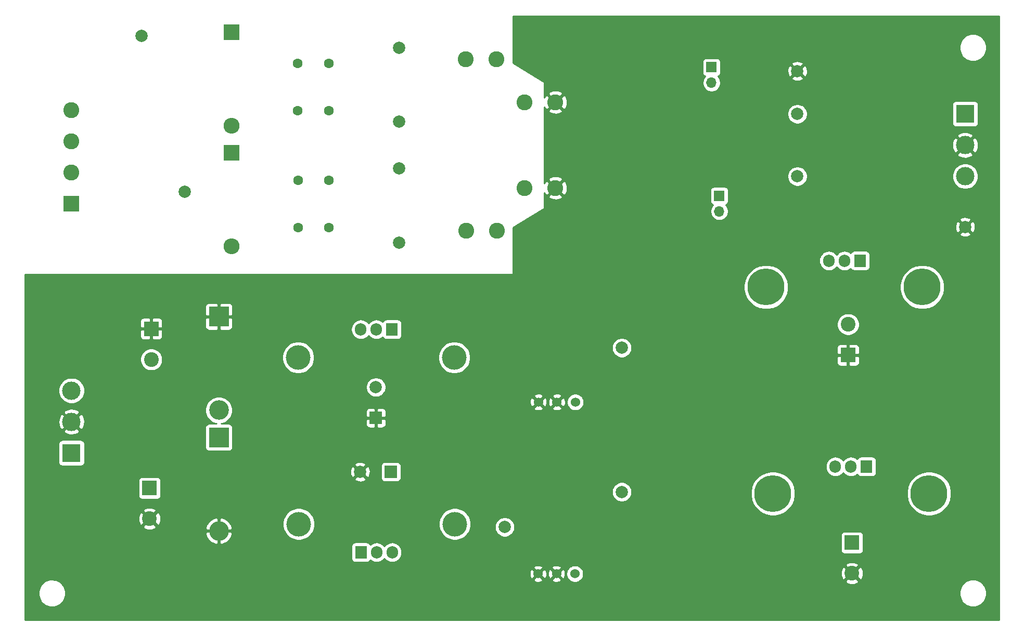
<source format=gbr>
%TF.GenerationSoftware,KiCad,Pcbnew,(5.1.6-0-10_14)*%
%TF.CreationDate,2020-08-16T17:22:38+02:00*%
%TF.ProjectId,netzteil,6e65747a-7465-4696-9c2e-6b696361645f,1.01*%
%TF.SameCoordinates,Original*%
%TF.FileFunction,Copper,L2,Bot*%
%TF.FilePolarity,Positive*%
%FSLAX46Y46*%
G04 Gerber Fmt 4.6, Leading zero omitted, Abs format (unit mm)*
G04 Created by KiCad (PCBNEW (5.1.6-0-10_14)) date 2020-08-16 17:22:38*
%MOMM*%
%LPD*%
G01*
G04 APERTURE LIST*
%TA.AperFunction,ComponentPad*%
%ADD10O,1.905000X2.000000*%
%TD*%
%TA.AperFunction,ComponentPad*%
%ADD11R,1.905000X2.000000*%
%TD*%
%TA.AperFunction,ComponentPad*%
%ADD12C,6.000000*%
%TD*%
%TA.AperFunction,ComponentPad*%
%ADD13C,2.400000*%
%TD*%
%TA.AperFunction,ComponentPad*%
%ADD14R,2.400000X2.400000*%
%TD*%
%TA.AperFunction,ComponentPad*%
%ADD15C,1.524000*%
%TD*%
%TA.AperFunction,ComponentPad*%
%ADD16C,2.000000*%
%TD*%
%TA.AperFunction,ComponentPad*%
%ADD17R,2.000000X2.000000*%
%TD*%
%TA.AperFunction,ComponentPad*%
%ADD18R,2.600000X2.600000*%
%TD*%
%TA.AperFunction,ComponentPad*%
%ADD19O,2.600000X2.600000*%
%TD*%
%TA.AperFunction,ComponentPad*%
%ADD20O,3.200000X3.200000*%
%TD*%
%TA.AperFunction,ComponentPad*%
%ADD21R,3.200000X3.200000*%
%TD*%
%TA.AperFunction,ComponentPad*%
%ADD22C,4.000000*%
%TD*%
%TA.AperFunction,ComponentPad*%
%ADD23R,1.700000X1.700000*%
%TD*%
%TA.AperFunction,ComponentPad*%
%ADD24O,1.700000X1.700000*%
%TD*%
%TA.AperFunction,ComponentPad*%
%ADD25C,2.600000*%
%TD*%
%TA.AperFunction,ComponentPad*%
%ADD26C,3.000000*%
%TD*%
%TA.AperFunction,ComponentPad*%
%ADD27R,3.000000X3.000000*%
%TD*%
%TA.AperFunction,ComponentPad*%
%ADD28C,1.600200*%
%TD*%
%TA.AperFunction,ViaPad*%
%ADD29C,0.800000*%
%TD*%
%TA.AperFunction,Conductor*%
%ADD30C,1.500000*%
%TD*%
%TA.AperFunction,Conductor*%
%ADD31C,0.254000*%
%TD*%
G04 APERTURE END LIST*
D10*
%TO.P,Q7,3*%
%TO.N,Net-(C19-Pad1)*%
X187545000Y-119270000D03*
%TO.P,Q7,2*%
%TO.N,/15V/-15V gesiebt/VDC+*%
X190085000Y-119270000D03*
D11*
%TO.P,Q7,1*%
%TO.N,Net-(C13-Pad1)*%
X192625000Y-119270000D03*
%TD*%
%TO.P,Q8,1*%
%TO.N,Net-(C14-Pad2)*%
X191565000Y-85730000D03*
D10*
%TO.P,Q8,2*%
%TO.N,/15V/-15V gesiebt/VDC-*%
X189025000Y-85730000D03*
%TO.P,Q8,3*%
%TO.N,Net-(C20-Pad2)*%
X186485000Y-85730000D03*
%TD*%
D12*
%TO.P,HS1,1*%
%TO.N,N/C*%
X202785000Y-123670000D03*
X177385000Y-123670000D03*
%TD*%
%TO.P,HS2,1*%
%TO.N,N/C*%
X176265000Y-90030000D03*
X201665000Y-90030000D03*
%TD*%
D13*
%TO.P,C13,2*%
%TO.N,GND*%
X190255000Y-136665000D03*
D14*
%TO.P,C13,1*%
%TO.N,Net-(C13-Pad1)*%
X190255000Y-131665000D03*
%TD*%
%TO.P,C14,1*%
%TO.N,GND*%
X189620000Y-101105000D03*
D13*
%TO.P,C14,2*%
%TO.N,Net-(C14-Pad2)*%
X189620000Y-96105000D03*
%TD*%
D15*
%TO.P,RV2,1*%
%TO.N,GND*%
X139230000Y-108775000D03*
%TO.P,RV2,2*%
X142230000Y-108775000D03*
%TO.P,RV2,3*%
%TO.N,Net-(C26-Pad2)*%
X145230000Y-108775000D03*
%TD*%
D16*
%TO.P,TP4,1*%
%TO.N,Net-(C1-Pad2)*%
X116595000Y-63085000D03*
%TD*%
%TO.P,C19,2*%
%TO.N,GND*%
X110230000Y-120140000D03*
D17*
%TO.P,C19,1*%
%TO.N,Net-(C19-Pad1)*%
X115230000Y-120140000D03*
%TD*%
%TO.P,C20,1*%
%TO.N,GND*%
X112785000Y-111345000D03*
D16*
%TO.P,C20,2*%
%TO.N,Net-(C20-Pad2)*%
X112785000Y-106345000D03*
%TD*%
D13*
%TO.P,C27,2*%
%TO.N,GND*%
X75955000Y-127775000D03*
D14*
%TO.P,C27,1*%
%TO.N,/15V/-15V gesiebt/+15V_aus*%
X75955000Y-122775000D03*
%TD*%
%TO.P,C28,1*%
%TO.N,GND*%
X76230000Y-96820000D03*
D13*
%TO.P,C28,2*%
%TO.N,/15V/-15V gesiebt/-15V_aus*%
X76230000Y-101820000D03*
%TD*%
D18*
%TO.P,D3,1*%
%TO.N,Net-(D1-Pad1)*%
X89290000Y-48480000D03*
D19*
%TO.P,D3,2*%
%TO.N,/Verpolschutz und Filterung/V-1*%
X89290000Y-63720000D03*
%TD*%
D20*
%TO.P,D11,2*%
%TO.N,GND*%
X87230000Y-129760000D03*
D21*
%TO.P,D11,1*%
%TO.N,/15V/-15V gesiebt/+15V_aus*%
X87230000Y-114520000D03*
%TD*%
%TO.P,D12,1*%
%TO.N,GND*%
X87230000Y-94835000D03*
D20*
%TO.P,D12,2*%
%TO.N,/15V/-15V gesiebt/-15V_aus*%
X87230000Y-110075000D03*
%TD*%
D22*
%TO.P,HS3,1*%
%TO.N,N/C*%
X100230000Y-128640000D03*
X125630000Y-128640000D03*
%TD*%
%TO.P,HS4,1*%
%TO.N,N/C*%
X100140000Y-101510000D03*
X125540000Y-101510000D03*
%TD*%
D23*
%TO.P,J4,1*%
%TO.N,Net-(D5-Pad1)*%
X167395000Y-54195000D03*
D24*
%TO.P,J4,2*%
%TO.N,Net-(J4-Pad2)*%
X167395000Y-56735000D03*
%TD*%
D25*
%TO.P,L3,2*%
%TO.N,Net-(C1-Pad1)*%
X127390000Y-52925000D03*
%TO.P,L3,1*%
%TO.N,/15V/-15V gesiebt/VDC+*%
X132390000Y-52925000D03*
%TD*%
D15*
%TO.P,RV1,3*%
%TO.N,Net-(C25-Pad1)*%
X145170000Y-136745000D03*
%TO.P,RV1,2*%
%TO.N,GND*%
X142170000Y-136745000D03*
%TO.P,RV1,1*%
X139170000Y-136745000D03*
%TD*%
D16*
%TO.P,TP1,1*%
%TO.N,Net-(D1-Pad1)*%
X74685000Y-49115000D03*
%TD*%
%TO.P,TP2,1*%
%TO.N,Net-(D2-Pad2)*%
X81670000Y-74515000D03*
%TD*%
%TO.P,TP8,1*%
%TO.N,/15V/-15V gesiebt/VDC+*%
X181365000Y-61815000D03*
%TD*%
%TO.P,TP7,1*%
%TO.N,GND*%
X181365000Y-54830000D03*
%TD*%
%TO.P,TP10,1*%
%TO.N,Net-(C19-Pad1)*%
X152790000Y-123410000D03*
%TD*%
%TO.P,TP11,1*%
%TO.N,Net-(C20-Pad2)*%
X152790000Y-99915000D03*
%TD*%
%TO.P,TP12,1*%
%TO.N,GND*%
X208670000Y-80230000D03*
%TD*%
%TO.P,TP13,1*%
%TO.N,/15V/-15V gesiebt/+15V_aus*%
X133740000Y-129125000D03*
%TD*%
D10*
%TO.P,U1,3*%
%TO.N,Net-(C19-Pad1)*%
X115430000Y-133240000D03*
%TO.P,U1,2*%
%TO.N,/15V/-15V gesiebt/+15V_aus*%
X112890000Y-133240000D03*
D11*
%TO.P,U1,1*%
%TO.N,Net-(C25-Pad1)*%
X110350000Y-133240000D03*
%TD*%
%TO.P,U2,1*%
%TO.N,Net-(C26-Pad2)*%
X115390000Y-96910000D03*
D10*
%TO.P,U2,2*%
%TO.N,Net-(C20-Pad2)*%
X112850000Y-96910000D03*
%TO.P,U2,3*%
%TO.N,/15V/-15V gesiebt/-15V_aus*%
X110310000Y-96910000D03*
%TD*%
D18*
%TO.P,D4,1*%
%TO.N,/Verpolschutz und Filterung/V+2*%
X89290000Y-68165000D03*
D19*
%TO.P,D4,2*%
%TO.N,Net-(D2-Pad2)*%
X89290000Y-83405000D03*
%TD*%
D26*
%TO.P,J2,3*%
%TO.N,/15V/-15V gesiebt/VDC-*%
X208670000Y-71975000D03*
%TO.P,J2,2*%
%TO.N,GND*%
X208670000Y-66895000D03*
D27*
%TO.P,J2,1*%
%TO.N,/15V/-15V gesiebt/VDC+*%
X208670000Y-61815000D03*
%TD*%
%TO.P,J3,1*%
%TO.N,/15V/-15V gesiebt/+15V_aus*%
X63255000Y-117060000D03*
D26*
%TO.P,J3,2*%
%TO.N,GND*%
X63255000Y-111980000D03*
%TO.P,J3,3*%
%TO.N,/15V/-15V gesiebt/-15V_aus*%
X63255000Y-106900000D03*
%TD*%
D23*
%TO.P,J5,1*%
%TO.N,Net-(D6-Pad1)*%
X168665000Y-75150000D03*
D24*
%TO.P,J5,2*%
%TO.N,Net-(J5-Pad2)*%
X168665000Y-77690000D03*
%TD*%
D25*
%TO.P,L6,1*%
%TO.N,/15V/-15V gesiebt/VDC-*%
X132470000Y-80865000D03*
%TO.P,L6,2*%
%TO.N,Net-(C2-Pad2)*%
X127470000Y-80865000D03*
%TD*%
D16*
%TO.P,TP9,1*%
%TO.N,/15V/-15V gesiebt/VDC-*%
X181365000Y-71975000D03*
%TD*%
D18*
%TO.P,J1,1*%
%TO.N,/Verpolschutz und Filterung/V-2*%
X63255000Y-76420000D03*
D25*
%TO.P,J1,2*%
%TO.N,/Verpolschutz und Filterung/V+2*%
X63255000Y-71340000D03*
%TO.P,J1,3*%
%TO.N,/Verpolschutz und Filterung/V-1*%
X63255000Y-66260000D03*
%TO.P,J1,4*%
%TO.N,/Verpolschutz und Filterung/V+1*%
X63255000Y-61180000D03*
%TD*%
D28*
%TO.P,L1,2*%
%TO.N,Net-(C1-Pad2)*%
X105085000Y-61260000D03*
%TO.P,L1,1*%
%TO.N,/Verpolschutz und Filterung/V-1*%
X100085000Y-61260000D03*
%TO.P,L1,3*%
%TO.N,Net-(C1-Pad1)*%
X105085000Y-53560000D03*
%TO.P,L1,4*%
%TO.N,Net-(D1-Pad1)*%
X100085000Y-53560000D03*
%TD*%
%TO.P,L2,4*%
%TO.N,/Verpolschutz und Filterung/V+2*%
X100165000Y-72610000D03*
%TO.P,L2,3*%
%TO.N,Net-(C2-Pad1)*%
X105165000Y-72610000D03*
%TO.P,L2,1*%
%TO.N,Net-(D2-Pad2)*%
X100165000Y-80310000D03*
%TO.P,L2,2*%
%TO.N,Net-(C2-Pad2)*%
X105165000Y-80310000D03*
%TD*%
D25*
%TO.P,L4,1*%
%TO.N,GND*%
X141995000Y-59910000D03*
%TO.P,L4,2*%
%TO.N,Net-(C1-Pad2)*%
X136995000Y-59910000D03*
%TD*%
%TO.P,L5,2*%
%TO.N,Net-(C2-Pad1)*%
X136995000Y-73880000D03*
%TO.P,L5,1*%
%TO.N,GND*%
X141995000Y-73880000D03*
%TD*%
D16*
%TO.P,TP3,1*%
%TO.N,Net-(C1-Pad1)*%
X116595000Y-51020000D03*
%TD*%
%TO.P,TP5,1*%
%TO.N,Net-(C2-Pad1)*%
X116595000Y-70705000D03*
%TD*%
%TO.P,TP6,1*%
%TO.N,Net-(C2-Pad2)*%
X116595000Y-82770000D03*
%TD*%
D29*
%TO.N,GND*%
X136915000Y-47210000D03*
X140725000Y-47210000D03*
X144535000Y-47210000D03*
X150885000Y-70705000D03*
X157235000Y-70705000D03*
X155965000Y-63085000D03*
X155965000Y-60545000D03*
X137550000Y-87215000D03*
X140725000Y-87215000D03*
X144535000Y-87215000D03*
X190890000Y-111345000D03*
X194700000Y-111345000D03*
X201050000Y-140555000D03*
X200415000Y-103725000D03*
X190255000Y-77055000D03*
X194065000Y-77055000D03*
X148980000Y-103090000D03*
X138820000Y-138650000D03*
X147710000Y-131030000D03*
X116595000Y-91025000D03*
X119135000Y-139285000D03*
X58175000Y-111980000D03*
X72145000Y-119600000D03*
X79765000Y-119600000D03*
X72145000Y-104995000D03*
X79765000Y-104995000D03*
X183905000Y-54830000D03*
X205495000Y-47210000D03*
X192160000Y-47210000D03*
X179460000Y-47210000D03*
X166760000Y-47210000D03*
X154060000Y-47210000D03*
X192160000Y-54195000D03*
X205495000Y-54195000D03*
X192160000Y-60545000D03*
X166760000Y-60545000D03*
X151520000Y-57370000D03*
X148980000Y-59910000D03*
X151520000Y-62450000D03*
X142630000Y-56100000D03*
X142630000Y-63720000D03*
X142630000Y-70070000D03*
X142630000Y-77690000D03*
X145170000Y-66895000D03*
X192160000Y-71340000D03*
X204860000Y-71340000D03*
X204860000Y-84040000D03*
X204860000Y-96740000D03*
X192160000Y-103090000D03*
X198510000Y-84040000D03*
X187715000Y-91025000D03*
X204860000Y-111345000D03*
X204860000Y-117695000D03*
X204860000Y-129760000D03*
X204860000Y-136110000D03*
X179460000Y-141825000D03*
X154060000Y-141825000D03*
X179460000Y-129760000D03*
X154060000Y-129760000D03*
X211210000Y-129760000D03*
X211210000Y-117695000D03*
X211210000Y-111345000D03*
X211845000Y-136110000D03*
X179460000Y-103090000D03*
X166760000Y-103090000D03*
X154060000Y-103090000D03*
X154060000Y-90390000D03*
X166760000Y-90390000D03*
X179460000Y-77690000D03*
X118500000Y-92930000D03*
X122945000Y-92930000D03*
X127390000Y-92930000D03*
X131835000Y-92930000D03*
X135645000Y-92930000D03*
X131835000Y-100550000D03*
X131835000Y-108170000D03*
X138820000Y-106900000D03*
X141995000Y-106900000D03*
X124215000Y-115790000D03*
X108975000Y-115790000D03*
X139455000Y-115790000D03*
X120405000Y-122140000D03*
X128025000Y-122140000D03*
X135645000Y-122140000D03*
X120405000Y-128490000D03*
X120405000Y-134840000D03*
X128025000Y-134840000D03*
X140725000Y-134205000D03*
X134375000Y-140555000D03*
X58175000Y-91660000D03*
X70875000Y-91660000D03*
X83575000Y-91660000D03*
X96275000Y-91660000D03*
X96275000Y-98010000D03*
X83575000Y-98010000D03*
X58175000Y-104360000D03*
X83575000Y-104360000D03*
X96275000Y-104360000D03*
X58175000Y-122775000D03*
X70875000Y-122775000D03*
X83575000Y-135475000D03*
X70875000Y-135475000D03*
X58175000Y-135475000D03*
X83575000Y-141825000D03*
X102625000Y-141825000D03*
X102625000Y-135475000D03*
X102625000Y-122775000D03*
X83575000Y-122775000D03*
X145170000Y-100550000D03*
X142630000Y-127855000D03*
X194065000Y-129760000D03*
X194065000Y-124045000D03*
X211210000Y-124045000D03*
X141360000Y-138650000D03*
X116595000Y-109440000D03*
X166760000Y-129760000D03*
X166760000Y-141825000D03*
X154060000Y-135475000D03*
X166760000Y-135475000D03*
X179460000Y-135475000D03*
X173745000Y-77690000D03*
X173745000Y-72610000D03*
X173745000Y-82770000D03*
X179460000Y-82770000D03*
X154060000Y-85310000D03*
X159775000Y-85310000D03*
X159775000Y-90390000D03*
X159775000Y-96105000D03*
X154060000Y-96105000D03*
X159775000Y-101185000D03*
X159775000Y-106900000D03*
X159775000Y-111980000D03*
X154060000Y-111980000D03*
X154060000Y-106900000D03*
X164855000Y-106900000D03*
X165490000Y-101185000D03*
X165490000Y-111980000D03*
X171205000Y-111980000D03*
X171205000Y-106900000D03*
X171205000Y-101185000D03*
X171205000Y-96105000D03*
X176920000Y-96105000D03*
X176920000Y-106900000D03*
X176920000Y-111980000D03*
X182000000Y-106900000D03*
X182635000Y-111980000D03*
X176920000Y-101185000D03*
X58175000Y-129125000D03*
X70875000Y-141825000D03*
X64525000Y-135475000D03*
X64525000Y-129125000D03*
X64525000Y-122775000D03*
X77225000Y-135475000D03*
X77225000Y-141825000D03*
X64525000Y-141825000D03*
X89925000Y-141825000D03*
X89925000Y-135475000D03*
X96275000Y-135475000D03*
X96275000Y-141825000D03*
X96275000Y-129125000D03*
X96275000Y-122775000D03*
X96275000Y-118330000D03*
X102625000Y-118330000D03*
X58175000Y-98010000D03*
X64525000Y-98010000D03*
%TD*%
D30*
%TO.N,/15V/-15V gesiebt/VDC+*%
X190085000Y-119430000D02*
X190085000Y-119270000D01*
%TD*%
D31*
%TO.N,GND*%
G36*
X214140000Y-144290000D02*
G01*
X55710000Y-144290000D01*
X55710000Y-139699872D01*
X57845000Y-139699872D01*
X57845000Y-140140128D01*
X57930890Y-140571925D01*
X58099369Y-140978669D01*
X58343962Y-141344729D01*
X58655271Y-141656038D01*
X59021331Y-141900631D01*
X59428075Y-142069110D01*
X59859872Y-142155000D01*
X60300128Y-142155000D01*
X60731925Y-142069110D01*
X61138669Y-141900631D01*
X61504729Y-141656038D01*
X61816038Y-141344729D01*
X62060631Y-140978669D01*
X62229110Y-140571925D01*
X62315000Y-140140128D01*
X62315000Y-139699872D01*
X207705000Y-139699872D01*
X207705000Y-140140128D01*
X207790890Y-140571925D01*
X207959369Y-140978669D01*
X208203962Y-141344729D01*
X208515271Y-141656038D01*
X208881331Y-141900631D01*
X209288075Y-142069110D01*
X209719872Y-142155000D01*
X210160128Y-142155000D01*
X210591925Y-142069110D01*
X210998669Y-141900631D01*
X211364729Y-141656038D01*
X211676038Y-141344729D01*
X211920631Y-140978669D01*
X212089110Y-140571925D01*
X212175000Y-140140128D01*
X212175000Y-139699872D01*
X212089110Y-139268075D01*
X211920631Y-138861331D01*
X211676038Y-138495271D01*
X211364729Y-138183962D01*
X210998669Y-137939369D01*
X210591925Y-137770890D01*
X210160128Y-137685000D01*
X209719872Y-137685000D01*
X209288075Y-137770890D01*
X208881331Y-137939369D01*
X208515271Y-138183962D01*
X208203962Y-138495271D01*
X207959369Y-138861331D01*
X207790890Y-139268075D01*
X207705000Y-139699872D01*
X62315000Y-139699872D01*
X62229110Y-139268075D01*
X62060631Y-138861331D01*
X61816038Y-138495271D01*
X61504729Y-138183962D01*
X61138669Y-137939369D01*
X60731925Y-137770890D01*
X60428652Y-137710565D01*
X138384040Y-137710565D01*
X138451020Y-137950656D01*
X138700048Y-138067756D01*
X138967135Y-138134023D01*
X139242017Y-138146910D01*
X139514133Y-138105922D01*
X139773023Y-138012636D01*
X139888980Y-137950656D01*
X139955960Y-137710565D01*
X141384040Y-137710565D01*
X141451020Y-137950656D01*
X141700048Y-138067756D01*
X141967135Y-138134023D01*
X142242017Y-138146910D01*
X142514133Y-138105922D01*
X142773023Y-138012636D01*
X142888980Y-137950656D01*
X142955960Y-137710565D01*
X142170000Y-136924605D01*
X141384040Y-137710565D01*
X139955960Y-137710565D01*
X139170000Y-136924605D01*
X138384040Y-137710565D01*
X60428652Y-137710565D01*
X60300128Y-137685000D01*
X59859872Y-137685000D01*
X59428075Y-137770890D01*
X59021331Y-137939369D01*
X58655271Y-138183962D01*
X58343962Y-138495271D01*
X58099369Y-138861331D01*
X57930890Y-139268075D01*
X57845000Y-139699872D01*
X55710000Y-139699872D01*
X55710000Y-136817017D01*
X137768090Y-136817017D01*
X137809078Y-137089133D01*
X137902364Y-137348023D01*
X137964344Y-137463980D01*
X138204435Y-137530960D01*
X138990395Y-136745000D01*
X139349605Y-136745000D01*
X140135565Y-137530960D01*
X140375656Y-137463980D01*
X140492756Y-137214952D01*
X140559023Y-136947865D01*
X140565157Y-136817017D01*
X140768090Y-136817017D01*
X140809078Y-137089133D01*
X140902364Y-137348023D01*
X140964344Y-137463980D01*
X141204435Y-137530960D01*
X141990395Y-136745000D01*
X142349605Y-136745000D01*
X143135565Y-137530960D01*
X143375656Y-137463980D01*
X143492756Y-137214952D01*
X143559023Y-136947865D01*
X143571910Y-136672983D01*
X143562033Y-136607408D01*
X143773000Y-136607408D01*
X143773000Y-136882592D01*
X143826686Y-137152490D01*
X143931995Y-137406727D01*
X144084880Y-137635535D01*
X144279465Y-137830120D01*
X144508273Y-137983005D01*
X144762510Y-138088314D01*
X145032408Y-138142000D01*
X145307592Y-138142000D01*
X145577490Y-138088314D01*
X145831727Y-137983005D01*
X145891628Y-137942980D01*
X189156626Y-137942980D01*
X189276514Y-138227836D01*
X189600210Y-138388699D01*
X189949069Y-138483322D01*
X190309684Y-138508067D01*
X190668198Y-138461985D01*
X191010833Y-138346846D01*
X191233486Y-138227836D01*
X191353374Y-137942980D01*
X190255000Y-136844605D01*
X189156626Y-137942980D01*
X145891628Y-137942980D01*
X146060535Y-137830120D01*
X146255120Y-137635535D01*
X146408005Y-137406727D01*
X146513314Y-137152490D01*
X146567000Y-136882592D01*
X146567000Y-136719684D01*
X188411933Y-136719684D01*
X188458015Y-137078198D01*
X188573154Y-137420833D01*
X188692164Y-137643486D01*
X188977020Y-137763374D01*
X190075395Y-136665000D01*
X190434605Y-136665000D01*
X191532980Y-137763374D01*
X191817836Y-137643486D01*
X191978699Y-137319790D01*
X192073322Y-136970931D01*
X192098067Y-136610316D01*
X192051985Y-136251802D01*
X191936846Y-135909167D01*
X191817836Y-135686514D01*
X191532980Y-135566626D01*
X190434605Y-136665000D01*
X190075395Y-136665000D01*
X188977020Y-135566626D01*
X188692164Y-135686514D01*
X188531301Y-136010210D01*
X188436678Y-136359069D01*
X188411933Y-136719684D01*
X146567000Y-136719684D01*
X146567000Y-136607408D01*
X146513314Y-136337510D01*
X146408005Y-136083273D01*
X146255120Y-135854465D01*
X146060535Y-135659880D01*
X145831727Y-135506995D01*
X145577490Y-135401686D01*
X145503759Y-135387020D01*
X189156626Y-135387020D01*
X190255000Y-136485395D01*
X191353374Y-135387020D01*
X191233486Y-135102164D01*
X190909790Y-134941301D01*
X190560931Y-134846678D01*
X190200316Y-134821933D01*
X189841802Y-134868015D01*
X189499167Y-134983154D01*
X189276514Y-135102164D01*
X189156626Y-135387020D01*
X145503759Y-135387020D01*
X145307592Y-135348000D01*
X145032408Y-135348000D01*
X144762510Y-135401686D01*
X144508273Y-135506995D01*
X144279465Y-135659880D01*
X144084880Y-135854465D01*
X143931995Y-136083273D01*
X143826686Y-136337510D01*
X143773000Y-136607408D01*
X143562033Y-136607408D01*
X143530922Y-136400867D01*
X143437636Y-136141977D01*
X143375656Y-136026020D01*
X143135565Y-135959040D01*
X142349605Y-136745000D01*
X141990395Y-136745000D01*
X141204435Y-135959040D01*
X140964344Y-136026020D01*
X140847244Y-136275048D01*
X140780977Y-136542135D01*
X140768090Y-136817017D01*
X140565157Y-136817017D01*
X140571910Y-136672983D01*
X140530922Y-136400867D01*
X140437636Y-136141977D01*
X140375656Y-136026020D01*
X140135565Y-135959040D01*
X139349605Y-136745000D01*
X138990395Y-136745000D01*
X138204435Y-135959040D01*
X137964344Y-136026020D01*
X137847244Y-136275048D01*
X137780977Y-136542135D01*
X137768090Y-136817017D01*
X55710000Y-136817017D01*
X55710000Y-135779435D01*
X138384040Y-135779435D01*
X139170000Y-136565395D01*
X139955960Y-135779435D01*
X141384040Y-135779435D01*
X142170000Y-136565395D01*
X142955960Y-135779435D01*
X142888980Y-135539344D01*
X142639952Y-135422244D01*
X142372865Y-135355977D01*
X142097983Y-135343090D01*
X141825867Y-135384078D01*
X141566977Y-135477364D01*
X141451020Y-135539344D01*
X141384040Y-135779435D01*
X139955960Y-135779435D01*
X139888980Y-135539344D01*
X139639952Y-135422244D01*
X139372865Y-135355977D01*
X139097983Y-135343090D01*
X138825867Y-135384078D01*
X138566977Y-135477364D01*
X138451020Y-135539344D01*
X138384040Y-135779435D01*
X55710000Y-135779435D01*
X55710000Y-132240000D01*
X108759428Y-132240000D01*
X108759428Y-134240000D01*
X108771688Y-134364482D01*
X108807998Y-134484180D01*
X108866963Y-134594494D01*
X108946315Y-134691185D01*
X109043006Y-134770537D01*
X109153320Y-134829502D01*
X109273018Y-134865812D01*
X109397500Y-134878072D01*
X111302500Y-134878072D01*
X111426982Y-134865812D01*
X111546680Y-134829502D01*
X111656994Y-134770537D01*
X111753685Y-134691185D01*
X111833037Y-134594494D01*
X111877905Y-134510553D01*
X112003766Y-134613845D01*
X112279552Y-134761255D01*
X112578797Y-134852030D01*
X112890000Y-134882681D01*
X113201204Y-134852030D01*
X113500449Y-134761255D01*
X113776235Y-134613845D01*
X114017963Y-134415463D01*
X114160000Y-134242391D01*
X114302037Y-134415463D01*
X114543766Y-134613845D01*
X114819552Y-134761255D01*
X115118797Y-134852030D01*
X115430000Y-134882681D01*
X115741204Y-134852030D01*
X116040449Y-134761255D01*
X116316235Y-134613845D01*
X116557963Y-134415463D01*
X116756345Y-134173734D01*
X116903755Y-133897948D01*
X116994530Y-133598703D01*
X117017500Y-133365485D01*
X117017500Y-133114514D01*
X116994530Y-132881296D01*
X116903755Y-132582051D01*
X116756345Y-132306265D01*
X116557963Y-132064537D01*
X116316234Y-131866155D01*
X116040448Y-131718745D01*
X115741203Y-131627970D01*
X115430000Y-131597319D01*
X115118796Y-131627970D01*
X114819551Y-131718745D01*
X114543765Y-131866155D01*
X114302037Y-132064537D01*
X114160000Y-132237609D01*
X114017963Y-132064537D01*
X113776234Y-131866155D01*
X113500448Y-131718745D01*
X113201203Y-131627970D01*
X112890000Y-131597319D01*
X112578796Y-131627970D01*
X112279551Y-131718745D01*
X112003765Y-131866155D01*
X111877905Y-131969446D01*
X111833037Y-131885506D01*
X111753685Y-131788815D01*
X111656994Y-131709463D01*
X111546680Y-131650498D01*
X111426982Y-131614188D01*
X111302500Y-131601928D01*
X109397500Y-131601928D01*
X109273018Y-131614188D01*
X109153320Y-131650498D01*
X109043006Y-131709463D01*
X108946315Y-131788815D01*
X108866963Y-131885506D01*
X108807998Y-131995820D01*
X108771688Y-132115518D01*
X108759428Y-132240000D01*
X55710000Y-132240000D01*
X55710000Y-130234503D01*
X85045947Y-130234503D01*
X85180484Y-130651473D01*
X85393783Y-131034184D01*
X85677646Y-131367929D01*
X86021165Y-131639882D01*
X86411139Y-131839593D01*
X86755497Y-131944050D01*
X87103000Y-131832362D01*
X87103000Y-129887000D01*
X87357000Y-129887000D01*
X87357000Y-131832362D01*
X87704503Y-131944050D01*
X88048861Y-131839593D01*
X88438835Y-131639882D01*
X88782354Y-131367929D01*
X89066217Y-131034184D01*
X89279516Y-130651473D01*
X89414053Y-130234503D01*
X89302642Y-129887000D01*
X87357000Y-129887000D01*
X87103000Y-129887000D01*
X85157358Y-129887000D01*
X85045947Y-130234503D01*
X55710000Y-130234503D01*
X55710000Y-129052980D01*
X74856626Y-129052980D01*
X74976514Y-129337836D01*
X75300210Y-129498699D01*
X75649069Y-129593322D01*
X76009684Y-129618067D01*
X76368198Y-129571985D01*
X76710833Y-129456846D01*
X76933486Y-129337836D01*
X76955514Y-129285497D01*
X85045947Y-129285497D01*
X85157358Y-129633000D01*
X87103000Y-129633000D01*
X87103000Y-127687638D01*
X87357000Y-127687638D01*
X87357000Y-129633000D01*
X89302642Y-129633000D01*
X89414053Y-129285497D01*
X89279516Y-128868527D01*
X89066217Y-128485816D01*
X88976621Y-128380475D01*
X97595000Y-128380475D01*
X97595000Y-128899525D01*
X97696261Y-129408601D01*
X97894893Y-129888141D01*
X98183262Y-130319715D01*
X98550285Y-130686738D01*
X98981859Y-130975107D01*
X99461399Y-131173739D01*
X99970475Y-131275000D01*
X100489525Y-131275000D01*
X100998601Y-131173739D01*
X101478141Y-130975107D01*
X101909715Y-130686738D01*
X102276738Y-130319715D01*
X102565107Y-129888141D01*
X102763739Y-129408601D01*
X102865000Y-128899525D01*
X102865000Y-128380475D01*
X122995000Y-128380475D01*
X122995000Y-128899525D01*
X123096261Y-129408601D01*
X123294893Y-129888141D01*
X123583262Y-130319715D01*
X123950285Y-130686738D01*
X124381859Y-130975107D01*
X124861399Y-131173739D01*
X125370475Y-131275000D01*
X125889525Y-131275000D01*
X126398601Y-131173739D01*
X126878141Y-130975107D01*
X127309715Y-130686738D01*
X127676738Y-130319715D01*
X127965107Y-129888141D01*
X128163739Y-129408601D01*
X128252181Y-128963967D01*
X132105000Y-128963967D01*
X132105000Y-129286033D01*
X132167832Y-129601912D01*
X132291082Y-129899463D01*
X132470013Y-130167252D01*
X132697748Y-130394987D01*
X132965537Y-130573918D01*
X133263088Y-130697168D01*
X133578967Y-130760000D01*
X133901033Y-130760000D01*
X134216912Y-130697168D01*
X134514463Y-130573918D01*
X134677470Y-130465000D01*
X188416928Y-130465000D01*
X188416928Y-132865000D01*
X188429188Y-132989482D01*
X188465498Y-133109180D01*
X188524463Y-133219494D01*
X188603815Y-133316185D01*
X188700506Y-133395537D01*
X188810820Y-133454502D01*
X188930518Y-133490812D01*
X189055000Y-133503072D01*
X191455000Y-133503072D01*
X191579482Y-133490812D01*
X191699180Y-133454502D01*
X191809494Y-133395537D01*
X191906185Y-133316185D01*
X191985537Y-133219494D01*
X192044502Y-133109180D01*
X192080812Y-132989482D01*
X192093072Y-132865000D01*
X192093072Y-130465000D01*
X192080812Y-130340518D01*
X192044502Y-130220820D01*
X191985537Y-130110506D01*
X191906185Y-130013815D01*
X191809494Y-129934463D01*
X191699180Y-129875498D01*
X191579482Y-129839188D01*
X191455000Y-129826928D01*
X189055000Y-129826928D01*
X188930518Y-129839188D01*
X188810820Y-129875498D01*
X188700506Y-129934463D01*
X188603815Y-130013815D01*
X188524463Y-130110506D01*
X188465498Y-130220820D01*
X188429188Y-130340518D01*
X188416928Y-130465000D01*
X134677470Y-130465000D01*
X134782252Y-130394987D01*
X135009987Y-130167252D01*
X135188918Y-129899463D01*
X135312168Y-129601912D01*
X135375000Y-129286033D01*
X135375000Y-128963967D01*
X135312168Y-128648088D01*
X135188918Y-128350537D01*
X135009987Y-128082748D01*
X134782252Y-127855013D01*
X134514463Y-127676082D01*
X134216912Y-127552832D01*
X133901033Y-127490000D01*
X133578967Y-127490000D01*
X133263088Y-127552832D01*
X132965537Y-127676082D01*
X132697748Y-127855013D01*
X132470013Y-128082748D01*
X132291082Y-128350537D01*
X132167832Y-128648088D01*
X132105000Y-128963967D01*
X128252181Y-128963967D01*
X128265000Y-128899525D01*
X128265000Y-128380475D01*
X128163739Y-127871399D01*
X127965107Y-127391859D01*
X127676738Y-126960285D01*
X127309715Y-126593262D01*
X126878141Y-126304893D01*
X126398601Y-126106261D01*
X125889525Y-126005000D01*
X125370475Y-126005000D01*
X124861399Y-126106261D01*
X124381859Y-126304893D01*
X123950285Y-126593262D01*
X123583262Y-126960285D01*
X123294893Y-127391859D01*
X123096261Y-127871399D01*
X122995000Y-128380475D01*
X102865000Y-128380475D01*
X102763739Y-127871399D01*
X102565107Y-127391859D01*
X102276738Y-126960285D01*
X101909715Y-126593262D01*
X101478141Y-126304893D01*
X100998601Y-126106261D01*
X100489525Y-126005000D01*
X99970475Y-126005000D01*
X99461399Y-126106261D01*
X98981859Y-126304893D01*
X98550285Y-126593262D01*
X98183262Y-126960285D01*
X97894893Y-127391859D01*
X97696261Y-127871399D01*
X97595000Y-128380475D01*
X88976621Y-128380475D01*
X88782354Y-128152071D01*
X88438835Y-127880118D01*
X88048861Y-127680407D01*
X87704503Y-127575950D01*
X87357000Y-127687638D01*
X87103000Y-127687638D01*
X86755497Y-127575950D01*
X86411139Y-127680407D01*
X86021165Y-127880118D01*
X85677646Y-128152071D01*
X85393783Y-128485816D01*
X85180484Y-128868527D01*
X85045947Y-129285497D01*
X76955514Y-129285497D01*
X77053374Y-129052980D01*
X75955000Y-127954605D01*
X74856626Y-129052980D01*
X55710000Y-129052980D01*
X55710000Y-127829684D01*
X74111933Y-127829684D01*
X74158015Y-128188198D01*
X74273154Y-128530833D01*
X74392164Y-128753486D01*
X74677020Y-128873374D01*
X75775395Y-127775000D01*
X76134605Y-127775000D01*
X77232980Y-128873374D01*
X77517836Y-128753486D01*
X77678699Y-128429790D01*
X77773322Y-128080931D01*
X77798067Y-127720316D01*
X77751985Y-127361802D01*
X77636846Y-127019167D01*
X77517836Y-126796514D01*
X77232980Y-126676626D01*
X76134605Y-127775000D01*
X75775395Y-127775000D01*
X74677020Y-126676626D01*
X74392164Y-126796514D01*
X74231301Y-127120210D01*
X74136678Y-127469069D01*
X74111933Y-127829684D01*
X55710000Y-127829684D01*
X55710000Y-126497020D01*
X74856626Y-126497020D01*
X75955000Y-127595395D01*
X77053374Y-126497020D01*
X76933486Y-126212164D01*
X76609790Y-126051301D01*
X76260931Y-125956678D01*
X75900316Y-125931933D01*
X75541802Y-125978015D01*
X75199167Y-126093154D01*
X74976514Y-126212164D01*
X74856626Y-126497020D01*
X55710000Y-126497020D01*
X55710000Y-121575000D01*
X74116928Y-121575000D01*
X74116928Y-123975000D01*
X74129188Y-124099482D01*
X74165498Y-124219180D01*
X74224463Y-124329494D01*
X74303815Y-124426185D01*
X74400506Y-124505537D01*
X74510820Y-124564502D01*
X74630518Y-124600812D01*
X74755000Y-124613072D01*
X77155000Y-124613072D01*
X77279482Y-124600812D01*
X77399180Y-124564502D01*
X77509494Y-124505537D01*
X77606185Y-124426185D01*
X77685537Y-124329494D01*
X77744502Y-124219180D01*
X77780812Y-124099482D01*
X77793072Y-123975000D01*
X77793072Y-123248967D01*
X151155000Y-123248967D01*
X151155000Y-123571033D01*
X151217832Y-123886912D01*
X151341082Y-124184463D01*
X151520013Y-124452252D01*
X151747748Y-124679987D01*
X152015537Y-124858918D01*
X152313088Y-124982168D01*
X152628967Y-125045000D01*
X152951033Y-125045000D01*
X153266912Y-124982168D01*
X153564463Y-124858918D01*
X153832252Y-124679987D01*
X154059987Y-124452252D01*
X154238918Y-124184463D01*
X154362168Y-123886912D01*
X154425000Y-123571033D01*
X154425000Y-123311984D01*
X173750000Y-123311984D01*
X173750000Y-124028016D01*
X173889691Y-124730290D01*
X174163705Y-125391818D01*
X174561511Y-125987177D01*
X175067823Y-126493489D01*
X175663182Y-126891295D01*
X176324710Y-127165309D01*
X177026984Y-127305000D01*
X177743016Y-127305000D01*
X178445290Y-127165309D01*
X179106818Y-126891295D01*
X179702177Y-126493489D01*
X180208489Y-125987177D01*
X180606295Y-125391818D01*
X180880309Y-124730290D01*
X181020000Y-124028016D01*
X181020000Y-123311984D01*
X199150000Y-123311984D01*
X199150000Y-124028016D01*
X199289691Y-124730290D01*
X199563705Y-125391818D01*
X199961511Y-125987177D01*
X200467823Y-126493489D01*
X201063182Y-126891295D01*
X201724710Y-127165309D01*
X202426984Y-127305000D01*
X203143016Y-127305000D01*
X203845290Y-127165309D01*
X204506818Y-126891295D01*
X205102177Y-126493489D01*
X205608489Y-125987177D01*
X206006295Y-125391818D01*
X206280309Y-124730290D01*
X206420000Y-124028016D01*
X206420000Y-123311984D01*
X206280309Y-122609710D01*
X206006295Y-121948182D01*
X205608489Y-121352823D01*
X205102177Y-120846511D01*
X204506818Y-120448705D01*
X203845290Y-120174691D01*
X203143016Y-120035000D01*
X202426984Y-120035000D01*
X201724710Y-120174691D01*
X201063182Y-120448705D01*
X200467823Y-120846511D01*
X199961511Y-121352823D01*
X199563705Y-121948182D01*
X199289691Y-122609710D01*
X199150000Y-123311984D01*
X181020000Y-123311984D01*
X180880309Y-122609710D01*
X180606295Y-121948182D01*
X180208489Y-121352823D01*
X179702177Y-120846511D01*
X179106818Y-120448705D01*
X178445290Y-120174691D01*
X177743016Y-120035000D01*
X177026984Y-120035000D01*
X176324710Y-120174691D01*
X175663182Y-120448705D01*
X175067823Y-120846511D01*
X174561511Y-121352823D01*
X174163705Y-121948182D01*
X173889691Y-122609710D01*
X173750000Y-123311984D01*
X154425000Y-123311984D01*
X154425000Y-123248967D01*
X154362168Y-122933088D01*
X154238918Y-122635537D01*
X154059987Y-122367748D01*
X153832252Y-122140013D01*
X153564463Y-121961082D01*
X153266912Y-121837832D01*
X152951033Y-121775000D01*
X152628967Y-121775000D01*
X152313088Y-121837832D01*
X152015537Y-121961082D01*
X151747748Y-122140013D01*
X151520013Y-122367748D01*
X151341082Y-122635537D01*
X151217832Y-122933088D01*
X151155000Y-123248967D01*
X77793072Y-123248967D01*
X77793072Y-121575000D01*
X77780812Y-121450518D01*
X77744502Y-121330820D01*
X77714886Y-121275413D01*
X109274192Y-121275413D01*
X109369956Y-121539814D01*
X109659571Y-121680704D01*
X109971108Y-121762384D01*
X110292595Y-121781718D01*
X110611675Y-121737961D01*
X110916088Y-121632795D01*
X111090044Y-121539814D01*
X111185808Y-121275413D01*
X110230000Y-120319605D01*
X109274192Y-121275413D01*
X77714886Y-121275413D01*
X77685537Y-121220506D01*
X77606185Y-121123815D01*
X77509494Y-121044463D01*
X77399180Y-120985498D01*
X77279482Y-120949188D01*
X77155000Y-120936928D01*
X74755000Y-120936928D01*
X74630518Y-120949188D01*
X74510820Y-120985498D01*
X74400506Y-121044463D01*
X74303815Y-121123815D01*
X74224463Y-121220506D01*
X74165498Y-121330820D01*
X74129188Y-121450518D01*
X74116928Y-121575000D01*
X55710000Y-121575000D01*
X55710000Y-120202595D01*
X108588282Y-120202595D01*
X108632039Y-120521675D01*
X108737205Y-120826088D01*
X108830186Y-121000044D01*
X109094587Y-121095808D01*
X110050395Y-120140000D01*
X110409605Y-120140000D01*
X111365413Y-121095808D01*
X111629814Y-121000044D01*
X111770704Y-120710429D01*
X111852384Y-120398892D01*
X111871718Y-120077405D01*
X111827961Y-119758325D01*
X111722795Y-119453912D01*
X111629814Y-119279956D01*
X111365413Y-119184192D01*
X110409605Y-120140000D01*
X110050395Y-120140000D01*
X109094587Y-119184192D01*
X108830186Y-119279956D01*
X108689296Y-119569571D01*
X108607616Y-119881108D01*
X108588282Y-120202595D01*
X55710000Y-120202595D01*
X55710000Y-115560000D01*
X61116928Y-115560000D01*
X61116928Y-118560000D01*
X61129188Y-118684482D01*
X61165498Y-118804180D01*
X61224463Y-118914494D01*
X61303815Y-119011185D01*
X61400506Y-119090537D01*
X61510820Y-119149502D01*
X61630518Y-119185812D01*
X61755000Y-119198072D01*
X64755000Y-119198072D01*
X64879482Y-119185812D01*
X64999180Y-119149502D01*
X65109494Y-119090537D01*
X65206185Y-119011185D01*
X65211599Y-119004587D01*
X109274192Y-119004587D01*
X110230000Y-119960395D01*
X111050395Y-119140000D01*
X113591928Y-119140000D01*
X113591928Y-121140000D01*
X113604188Y-121264482D01*
X113640498Y-121384180D01*
X113699463Y-121494494D01*
X113778815Y-121591185D01*
X113875506Y-121670537D01*
X113985820Y-121729502D01*
X114105518Y-121765812D01*
X114230000Y-121778072D01*
X116230000Y-121778072D01*
X116354482Y-121765812D01*
X116474180Y-121729502D01*
X116584494Y-121670537D01*
X116681185Y-121591185D01*
X116760537Y-121494494D01*
X116819502Y-121384180D01*
X116855812Y-121264482D01*
X116868072Y-121140000D01*
X116868072Y-119144514D01*
X185957500Y-119144514D01*
X185957500Y-119395485D01*
X185980470Y-119628703D01*
X186071245Y-119927948D01*
X186218655Y-120203734D01*
X186417037Y-120445463D01*
X186658765Y-120643845D01*
X186934551Y-120791255D01*
X187233796Y-120882030D01*
X187545000Y-120912681D01*
X187856203Y-120882030D01*
X188155448Y-120791255D01*
X188431234Y-120643845D01*
X188672963Y-120445463D01*
X188815000Y-120272391D01*
X188957037Y-120445463D01*
X189198765Y-120643845D01*
X189474551Y-120791255D01*
X189773796Y-120882030D01*
X190085000Y-120912681D01*
X190396203Y-120882030D01*
X190695448Y-120791255D01*
X190971234Y-120643845D01*
X191097095Y-120540553D01*
X191141963Y-120624494D01*
X191221315Y-120721185D01*
X191318006Y-120800537D01*
X191428320Y-120859502D01*
X191548018Y-120895812D01*
X191672500Y-120908072D01*
X193577500Y-120908072D01*
X193701982Y-120895812D01*
X193821680Y-120859502D01*
X193931994Y-120800537D01*
X194028685Y-120721185D01*
X194108037Y-120624494D01*
X194167002Y-120514180D01*
X194203312Y-120394482D01*
X194215572Y-120270000D01*
X194215572Y-118270000D01*
X194203312Y-118145518D01*
X194167002Y-118025820D01*
X194108037Y-117915506D01*
X194028685Y-117818815D01*
X193931994Y-117739463D01*
X193821680Y-117680498D01*
X193701982Y-117644188D01*
X193577500Y-117631928D01*
X191672500Y-117631928D01*
X191548018Y-117644188D01*
X191428320Y-117680498D01*
X191318006Y-117739463D01*
X191221315Y-117818815D01*
X191141963Y-117915506D01*
X191097095Y-117999446D01*
X190971235Y-117896155D01*
X190695449Y-117748745D01*
X190396204Y-117657970D01*
X190085000Y-117627319D01*
X189773797Y-117657970D01*
X189474552Y-117748745D01*
X189198766Y-117896155D01*
X188957037Y-118094537D01*
X188815000Y-118267609D01*
X188672963Y-118094537D01*
X188431235Y-117896155D01*
X188155449Y-117748745D01*
X187856204Y-117657970D01*
X187545000Y-117627319D01*
X187233797Y-117657970D01*
X186934552Y-117748745D01*
X186658766Y-117896155D01*
X186417037Y-118094537D01*
X186218655Y-118336265D01*
X186071245Y-118612051D01*
X185980470Y-118911296D01*
X185957500Y-119144514D01*
X116868072Y-119144514D01*
X116868072Y-119140000D01*
X116855812Y-119015518D01*
X116819502Y-118895820D01*
X116760537Y-118785506D01*
X116681185Y-118688815D01*
X116584494Y-118609463D01*
X116474180Y-118550498D01*
X116354482Y-118514188D01*
X116230000Y-118501928D01*
X114230000Y-118501928D01*
X114105518Y-118514188D01*
X113985820Y-118550498D01*
X113875506Y-118609463D01*
X113778815Y-118688815D01*
X113699463Y-118785506D01*
X113640498Y-118895820D01*
X113604188Y-119015518D01*
X113591928Y-119140000D01*
X111050395Y-119140000D01*
X111185808Y-119004587D01*
X111090044Y-118740186D01*
X110800429Y-118599296D01*
X110488892Y-118517616D01*
X110167405Y-118498282D01*
X109848325Y-118542039D01*
X109543912Y-118647205D01*
X109369956Y-118740186D01*
X109274192Y-119004587D01*
X65211599Y-119004587D01*
X65285537Y-118914494D01*
X65344502Y-118804180D01*
X65380812Y-118684482D01*
X65393072Y-118560000D01*
X65393072Y-115560000D01*
X65380812Y-115435518D01*
X65344502Y-115315820D01*
X65285537Y-115205506D01*
X65206185Y-115108815D01*
X65109494Y-115029463D01*
X64999180Y-114970498D01*
X64879482Y-114934188D01*
X64755000Y-114921928D01*
X61755000Y-114921928D01*
X61630518Y-114934188D01*
X61510820Y-114970498D01*
X61400506Y-115029463D01*
X61303815Y-115108815D01*
X61224463Y-115205506D01*
X61165498Y-115315820D01*
X61129188Y-115435518D01*
X61116928Y-115560000D01*
X55710000Y-115560000D01*
X55710000Y-113471653D01*
X61942952Y-113471653D01*
X62098962Y-113787214D01*
X62473745Y-113978020D01*
X62878551Y-114092044D01*
X63297824Y-114124902D01*
X63715451Y-114075334D01*
X64115383Y-113945243D01*
X64411038Y-113787214D01*
X64567048Y-113471653D01*
X63255000Y-112159605D01*
X61942952Y-113471653D01*
X55710000Y-113471653D01*
X55710000Y-112022824D01*
X61110098Y-112022824D01*
X61159666Y-112440451D01*
X61289757Y-112840383D01*
X61447786Y-113136038D01*
X61763347Y-113292048D01*
X63075395Y-111980000D01*
X63434605Y-111980000D01*
X64746653Y-113292048D01*
X65062214Y-113136038D01*
X65172201Y-112920000D01*
X84991928Y-112920000D01*
X84991928Y-116120000D01*
X85004188Y-116244482D01*
X85040498Y-116364180D01*
X85099463Y-116474494D01*
X85178815Y-116571185D01*
X85275506Y-116650537D01*
X85385820Y-116709502D01*
X85505518Y-116745812D01*
X85630000Y-116758072D01*
X88830000Y-116758072D01*
X88954482Y-116745812D01*
X89074180Y-116709502D01*
X89184494Y-116650537D01*
X89281185Y-116571185D01*
X89360537Y-116474494D01*
X89419502Y-116364180D01*
X89455812Y-116244482D01*
X89468072Y-116120000D01*
X89468072Y-112920000D01*
X89455812Y-112795518D01*
X89419502Y-112675820D01*
X89360537Y-112565506D01*
X89281185Y-112468815D01*
X89184494Y-112389463D01*
X89101311Y-112345000D01*
X111146928Y-112345000D01*
X111159188Y-112469482D01*
X111195498Y-112589180D01*
X111254463Y-112699494D01*
X111333815Y-112796185D01*
X111430506Y-112875537D01*
X111540820Y-112934502D01*
X111660518Y-112970812D01*
X111785000Y-112983072D01*
X112499250Y-112980000D01*
X112658000Y-112821250D01*
X112658000Y-111472000D01*
X112912000Y-111472000D01*
X112912000Y-112821250D01*
X113070750Y-112980000D01*
X113785000Y-112983072D01*
X113909482Y-112970812D01*
X114029180Y-112934502D01*
X114139494Y-112875537D01*
X114236185Y-112796185D01*
X114315537Y-112699494D01*
X114374502Y-112589180D01*
X114410812Y-112469482D01*
X114423072Y-112345000D01*
X114420000Y-111630750D01*
X114261250Y-111472000D01*
X112912000Y-111472000D01*
X112658000Y-111472000D01*
X111308750Y-111472000D01*
X111150000Y-111630750D01*
X111146928Y-112345000D01*
X89101311Y-112345000D01*
X89074180Y-112330498D01*
X88954482Y-112294188D01*
X88830000Y-112281928D01*
X87591255Y-112281928D01*
X87881925Y-112224110D01*
X88288669Y-112055631D01*
X88654729Y-111811038D01*
X88966038Y-111499729D01*
X89210631Y-111133669D01*
X89379110Y-110726925D01*
X89455079Y-110345000D01*
X111146928Y-110345000D01*
X111150000Y-111059250D01*
X111308750Y-111218000D01*
X112658000Y-111218000D01*
X112658000Y-109868750D01*
X112912000Y-109868750D01*
X112912000Y-111218000D01*
X114261250Y-111218000D01*
X114420000Y-111059250D01*
X114423072Y-110345000D01*
X114410812Y-110220518D01*
X114374502Y-110100820D01*
X114315537Y-109990506D01*
X114236185Y-109893815D01*
X114139494Y-109814463D01*
X114029180Y-109755498D01*
X113979953Y-109740565D01*
X138444040Y-109740565D01*
X138511020Y-109980656D01*
X138760048Y-110097756D01*
X139027135Y-110164023D01*
X139302017Y-110176910D01*
X139574133Y-110135922D01*
X139833023Y-110042636D01*
X139948980Y-109980656D01*
X140015960Y-109740565D01*
X141444040Y-109740565D01*
X141511020Y-109980656D01*
X141760048Y-110097756D01*
X142027135Y-110164023D01*
X142302017Y-110176910D01*
X142574133Y-110135922D01*
X142833023Y-110042636D01*
X142948980Y-109980656D01*
X143015960Y-109740565D01*
X142230000Y-108954605D01*
X141444040Y-109740565D01*
X140015960Y-109740565D01*
X139230000Y-108954605D01*
X138444040Y-109740565D01*
X113979953Y-109740565D01*
X113909482Y-109719188D01*
X113785000Y-109706928D01*
X113070750Y-109710000D01*
X112912000Y-109868750D01*
X112658000Y-109868750D01*
X112499250Y-109710000D01*
X111785000Y-109706928D01*
X111660518Y-109719188D01*
X111540820Y-109755498D01*
X111430506Y-109814463D01*
X111333815Y-109893815D01*
X111254463Y-109990506D01*
X111195498Y-110100820D01*
X111159188Y-110220518D01*
X111146928Y-110345000D01*
X89455079Y-110345000D01*
X89465000Y-110295128D01*
X89465000Y-109854872D01*
X89379110Y-109423075D01*
X89210631Y-109016331D01*
X89097500Y-108847017D01*
X137828090Y-108847017D01*
X137869078Y-109119133D01*
X137962364Y-109378023D01*
X138024344Y-109493980D01*
X138264435Y-109560960D01*
X139050395Y-108775000D01*
X139409605Y-108775000D01*
X140195565Y-109560960D01*
X140435656Y-109493980D01*
X140552756Y-109244952D01*
X140619023Y-108977865D01*
X140625157Y-108847017D01*
X140828090Y-108847017D01*
X140869078Y-109119133D01*
X140962364Y-109378023D01*
X141024344Y-109493980D01*
X141264435Y-109560960D01*
X142050395Y-108775000D01*
X142409605Y-108775000D01*
X143195565Y-109560960D01*
X143435656Y-109493980D01*
X143552756Y-109244952D01*
X143619023Y-108977865D01*
X143631910Y-108702983D01*
X143622033Y-108637408D01*
X143833000Y-108637408D01*
X143833000Y-108912592D01*
X143886686Y-109182490D01*
X143991995Y-109436727D01*
X144144880Y-109665535D01*
X144339465Y-109860120D01*
X144568273Y-110013005D01*
X144822510Y-110118314D01*
X145092408Y-110172000D01*
X145367592Y-110172000D01*
X145637490Y-110118314D01*
X145891727Y-110013005D01*
X146120535Y-109860120D01*
X146315120Y-109665535D01*
X146468005Y-109436727D01*
X146573314Y-109182490D01*
X146627000Y-108912592D01*
X146627000Y-108637408D01*
X146573314Y-108367510D01*
X146468005Y-108113273D01*
X146315120Y-107884465D01*
X146120535Y-107689880D01*
X145891727Y-107536995D01*
X145637490Y-107431686D01*
X145367592Y-107378000D01*
X145092408Y-107378000D01*
X144822510Y-107431686D01*
X144568273Y-107536995D01*
X144339465Y-107689880D01*
X144144880Y-107884465D01*
X143991995Y-108113273D01*
X143886686Y-108367510D01*
X143833000Y-108637408D01*
X143622033Y-108637408D01*
X143590922Y-108430867D01*
X143497636Y-108171977D01*
X143435656Y-108056020D01*
X143195565Y-107989040D01*
X142409605Y-108775000D01*
X142050395Y-108775000D01*
X141264435Y-107989040D01*
X141024344Y-108056020D01*
X140907244Y-108305048D01*
X140840977Y-108572135D01*
X140828090Y-108847017D01*
X140625157Y-108847017D01*
X140631910Y-108702983D01*
X140590922Y-108430867D01*
X140497636Y-108171977D01*
X140435656Y-108056020D01*
X140195565Y-107989040D01*
X139409605Y-108775000D01*
X139050395Y-108775000D01*
X138264435Y-107989040D01*
X138024344Y-108056020D01*
X137907244Y-108305048D01*
X137840977Y-108572135D01*
X137828090Y-108847017D01*
X89097500Y-108847017D01*
X88966038Y-108650271D01*
X88654729Y-108338962D01*
X88288669Y-108094369D01*
X87881925Y-107925890D01*
X87450128Y-107840000D01*
X87009872Y-107840000D01*
X86578075Y-107925890D01*
X86171331Y-108094369D01*
X85805271Y-108338962D01*
X85493962Y-108650271D01*
X85249369Y-109016331D01*
X85080890Y-109423075D01*
X84995000Y-109854872D01*
X84995000Y-110295128D01*
X85080890Y-110726925D01*
X85249369Y-111133669D01*
X85493962Y-111499729D01*
X85805271Y-111811038D01*
X86171331Y-112055631D01*
X86578075Y-112224110D01*
X86868745Y-112281928D01*
X85630000Y-112281928D01*
X85505518Y-112294188D01*
X85385820Y-112330498D01*
X85275506Y-112389463D01*
X85178815Y-112468815D01*
X85099463Y-112565506D01*
X85040498Y-112675820D01*
X85004188Y-112795518D01*
X84991928Y-112920000D01*
X65172201Y-112920000D01*
X65253020Y-112761255D01*
X65367044Y-112356449D01*
X65399902Y-111937176D01*
X65350334Y-111519549D01*
X65220243Y-111119617D01*
X65062214Y-110823962D01*
X64746653Y-110667952D01*
X63434605Y-111980000D01*
X63075395Y-111980000D01*
X61763347Y-110667952D01*
X61447786Y-110823962D01*
X61256980Y-111198745D01*
X61142956Y-111603551D01*
X61110098Y-112022824D01*
X55710000Y-112022824D01*
X55710000Y-110488347D01*
X61942952Y-110488347D01*
X63255000Y-111800395D01*
X64567048Y-110488347D01*
X64411038Y-110172786D01*
X64036255Y-109981980D01*
X63631449Y-109867956D01*
X63212176Y-109835098D01*
X62794549Y-109884666D01*
X62394617Y-110014757D01*
X62098962Y-110172786D01*
X61942952Y-110488347D01*
X55710000Y-110488347D01*
X55710000Y-106689721D01*
X61120000Y-106689721D01*
X61120000Y-107110279D01*
X61202047Y-107522756D01*
X61362988Y-107911302D01*
X61596637Y-108260983D01*
X61894017Y-108558363D01*
X62243698Y-108792012D01*
X62632244Y-108952953D01*
X63044721Y-109035000D01*
X63465279Y-109035000D01*
X63877756Y-108952953D01*
X64266302Y-108792012D01*
X64615983Y-108558363D01*
X64913363Y-108260983D01*
X65147012Y-107911302D01*
X65307953Y-107522756D01*
X65390000Y-107110279D01*
X65390000Y-106689721D01*
X65307953Y-106277244D01*
X65269317Y-106183967D01*
X111150000Y-106183967D01*
X111150000Y-106506033D01*
X111212832Y-106821912D01*
X111336082Y-107119463D01*
X111515013Y-107387252D01*
X111742748Y-107614987D01*
X112010537Y-107793918D01*
X112308088Y-107917168D01*
X112623967Y-107980000D01*
X112946033Y-107980000D01*
X113261912Y-107917168D01*
X113522001Y-107809435D01*
X138444040Y-107809435D01*
X139230000Y-108595395D01*
X140015960Y-107809435D01*
X141444040Y-107809435D01*
X142230000Y-108595395D01*
X143015960Y-107809435D01*
X142948980Y-107569344D01*
X142699952Y-107452244D01*
X142432865Y-107385977D01*
X142157983Y-107373090D01*
X141885867Y-107414078D01*
X141626977Y-107507364D01*
X141511020Y-107569344D01*
X141444040Y-107809435D01*
X140015960Y-107809435D01*
X139948980Y-107569344D01*
X139699952Y-107452244D01*
X139432865Y-107385977D01*
X139157983Y-107373090D01*
X138885867Y-107414078D01*
X138626977Y-107507364D01*
X138511020Y-107569344D01*
X138444040Y-107809435D01*
X113522001Y-107809435D01*
X113559463Y-107793918D01*
X113827252Y-107614987D01*
X114054987Y-107387252D01*
X114233918Y-107119463D01*
X114357168Y-106821912D01*
X114420000Y-106506033D01*
X114420000Y-106183967D01*
X114357168Y-105868088D01*
X114233918Y-105570537D01*
X114054987Y-105302748D01*
X113827252Y-105075013D01*
X113559463Y-104896082D01*
X113261912Y-104772832D01*
X112946033Y-104710000D01*
X112623967Y-104710000D01*
X112308088Y-104772832D01*
X112010537Y-104896082D01*
X111742748Y-105075013D01*
X111515013Y-105302748D01*
X111336082Y-105570537D01*
X111212832Y-105868088D01*
X111150000Y-106183967D01*
X65269317Y-106183967D01*
X65147012Y-105888698D01*
X64913363Y-105539017D01*
X64615983Y-105241637D01*
X64266302Y-105007988D01*
X63877756Y-104847047D01*
X63465279Y-104765000D01*
X63044721Y-104765000D01*
X62632244Y-104847047D01*
X62243698Y-105007988D01*
X61894017Y-105241637D01*
X61596637Y-105539017D01*
X61362988Y-105888698D01*
X61202047Y-106277244D01*
X61120000Y-106689721D01*
X55710000Y-106689721D01*
X55710000Y-101639268D01*
X74395000Y-101639268D01*
X74395000Y-102000732D01*
X74465518Y-102355250D01*
X74603844Y-102689199D01*
X74804662Y-102989744D01*
X75060256Y-103245338D01*
X75360801Y-103446156D01*
X75694750Y-103584482D01*
X76049268Y-103655000D01*
X76410732Y-103655000D01*
X76765250Y-103584482D01*
X77099199Y-103446156D01*
X77399744Y-103245338D01*
X77655338Y-102989744D01*
X77856156Y-102689199D01*
X77994482Y-102355250D01*
X78065000Y-102000732D01*
X78065000Y-101639268D01*
X77994482Y-101284750D01*
X77980285Y-101250475D01*
X97505000Y-101250475D01*
X97505000Y-101769525D01*
X97606261Y-102278601D01*
X97804893Y-102758141D01*
X98093262Y-103189715D01*
X98460285Y-103556738D01*
X98891859Y-103845107D01*
X99371399Y-104043739D01*
X99880475Y-104145000D01*
X100399525Y-104145000D01*
X100908601Y-104043739D01*
X101388141Y-103845107D01*
X101819715Y-103556738D01*
X102186738Y-103189715D01*
X102475107Y-102758141D01*
X102673739Y-102278601D01*
X102775000Y-101769525D01*
X102775000Y-101250475D01*
X122905000Y-101250475D01*
X122905000Y-101769525D01*
X123006261Y-102278601D01*
X123204893Y-102758141D01*
X123493262Y-103189715D01*
X123860285Y-103556738D01*
X124291859Y-103845107D01*
X124771399Y-104043739D01*
X125280475Y-104145000D01*
X125799525Y-104145000D01*
X126308601Y-104043739D01*
X126788141Y-103845107D01*
X127219715Y-103556738D01*
X127586738Y-103189715D01*
X127875107Y-102758141D01*
X128062804Y-102305000D01*
X187781928Y-102305000D01*
X187794188Y-102429482D01*
X187830498Y-102549180D01*
X187889463Y-102659494D01*
X187968815Y-102756185D01*
X188065506Y-102835537D01*
X188175820Y-102894502D01*
X188295518Y-102930812D01*
X188420000Y-102943072D01*
X189334250Y-102940000D01*
X189493000Y-102781250D01*
X189493000Y-101232000D01*
X189747000Y-101232000D01*
X189747000Y-102781250D01*
X189905750Y-102940000D01*
X190820000Y-102943072D01*
X190944482Y-102930812D01*
X191064180Y-102894502D01*
X191174494Y-102835537D01*
X191271185Y-102756185D01*
X191350537Y-102659494D01*
X191409502Y-102549180D01*
X191445812Y-102429482D01*
X191458072Y-102305000D01*
X191455000Y-101390750D01*
X191296250Y-101232000D01*
X189747000Y-101232000D01*
X189493000Y-101232000D01*
X187943750Y-101232000D01*
X187785000Y-101390750D01*
X187781928Y-102305000D01*
X128062804Y-102305000D01*
X128073739Y-102278601D01*
X128175000Y-101769525D01*
X128175000Y-101250475D01*
X128073739Y-100741399D01*
X127875107Y-100261859D01*
X127586738Y-99830285D01*
X127510420Y-99753967D01*
X151155000Y-99753967D01*
X151155000Y-100076033D01*
X151217832Y-100391912D01*
X151341082Y-100689463D01*
X151520013Y-100957252D01*
X151747748Y-101184987D01*
X152015537Y-101363918D01*
X152313088Y-101487168D01*
X152628967Y-101550000D01*
X152951033Y-101550000D01*
X153266912Y-101487168D01*
X153564463Y-101363918D01*
X153832252Y-101184987D01*
X154059987Y-100957252D01*
X154238918Y-100689463D01*
X154362168Y-100391912D01*
X154425000Y-100076033D01*
X154425000Y-99905000D01*
X187781928Y-99905000D01*
X187785000Y-100819250D01*
X187943750Y-100978000D01*
X189493000Y-100978000D01*
X189493000Y-99428750D01*
X189747000Y-99428750D01*
X189747000Y-100978000D01*
X191296250Y-100978000D01*
X191455000Y-100819250D01*
X191458072Y-99905000D01*
X191445812Y-99780518D01*
X191409502Y-99660820D01*
X191350537Y-99550506D01*
X191271185Y-99453815D01*
X191174494Y-99374463D01*
X191064180Y-99315498D01*
X190944482Y-99279188D01*
X190820000Y-99266928D01*
X189905750Y-99270000D01*
X189747000Y-99428750D01*
X189493000Y-99428750D01*
X189334250Y-99270000D01*
X188420000Y-99266928D01*
X188295518Y-99279188D01*
X188175820Y-99315498D01*
X188065506Y-99374463D01*
X187968815Y-99453815D01*
X187889463Y-99550506D01*
X187830498Y-99660820D01*
X187794188Y-99780518D01*
X187781928Y-99905000D01*
X154425000Y-99905000D01*
X154425000Y-99753967D01*
X154362168Y-99438088D01*
X154238918Y-99140537D01*
X154059987Y-98872748D01*
X153832252Y-98645013D01*
X153564463Y-98466082D01*
X153266912Y-98342832D01*
X152951033Y-98280000D01*
X152628967Y-98280000D01*
X152313088Y-98342832D01*
X152015537Y-98466082D01*
X151747748Y-98645013D01*
X151520013Y-98872748D01*
X151341082Y-99140537D01*
X151217832Y-99438088D01*
X151155000Y-99753967D01*
X127510420Y-99753967D01*
X127219715Y-99463262D01*
X126788141Y-99174893D01*
X126308601Y-98976261D01*
X125799525Y-98875000D01*
X125280475Y-98875000D01*
X124771399Y-98976261D01*
X124291859Y-99174893D01*
X123860285Y-99463262D01*
X123493262Y-99830285D01*
X123204893Y-100261859D01*
X123006261Y-100741399D01*
X122905000Y-101250475D01*
X102775000Y-101250475D01*
X102673739Y-100741399D01*
X102475107Y-100261859D01*
X102186738Y-99830285D01*
X101819715Y-99463262D01*
X101388141Y-99174893D01*
X100908601Y-98976261D01*
X100399525Y-98875000D01*
X99880475Y-98875000D01*
X99371399Y-98976261D01*
X98891859Y-99174893D01*
X98460285Y-99463262D01*
X98093262Y-99830285D01*
X97804893Y-100261859D01*
X97606261Y-100741399D01*
X97505000Y-101250475D01*
X77980285Y-101250475D01*
X77856156Y-100950801D01*
X77655338Y-100650256D01*
X77399744Y-100394662D01*
X77099199Y-100193844D01*
X76765250Y-100055518D01*
X76410732Y-99985000D01*
X76049268Y-99985000D01*
X75694750Y-100055518D01*
X75360801Y-100193844D01*
X75060256Y-100394662D01*
X74804662Y-100650256D01*
X74603844Y-100950801D01*
X74465518Y-101284750D01*
X74395000Y-101639268D01*
X55710000Y-101639268D01*
X55710000Y-98020000D01*
X74391928Y-98020000D01*
X74404188Y-98144482D01*
X74440498Y-98264180D01*
X74499463Y-98374494D01*
X74578815Y-98471185D01*
X74675506Y-98550537D01*
X74785820Y-98609502D01*
X74905518Y-98645812D01*
X75030000Y-98658072D01*
X75944250Y-98655000D01*
X76103000Y-98496250D01*
X76103000Y-96947000D01*
X76357000Y-96947000D01*
X76357000Y-98496250D01*
X76515750Y-98655000D01*
X77430000Y-98658072D01*
X77554482Y-98645812D01*
X77674180Y-98609502D01*
X77784494Y-98550537D01*
X77881185Y-98471185D01*
X77960537Y-98374494D01*
X78019502Y-98264180D01*
X78055812Y-98144482D01*
X78068072Y-98020000D01*
X78065000Y-97105750D01*
X77906250Y-96947000D01*
X76357000Y-96947000D01*
X76103000Y-96947000D01*
X74553750Y-96947000D01*
X74395000Y-97105750D01*
X74391928Y-98020000D01*
X55710000Y-98020000D01*
X55710000Y-95620000D01*
X74391928Y-95620000D01*
X74395000Y-96534250D01*
X74553750Y-96693000D01*
X76103000Y-96693000D01*
X76103000Y-95143750D01*
X76357000Y-95143750D01*
X76357000Y-96693000D01*
X77906250Y-96693000D01*
X78065000Y-96534250D01*
X78065333Y-96435000D01*
X84991928Y-96435000D01*
X85004188Y-96559482D01*
X85040498Y-96679180D01*
X85099463Y-96789494D01*
X85178815Y-96886185D01*
X85275506Y-96965537D01*
X85385820Y-97024502D01*
X85505518Y-97060812D01*
X85630000Y-97073072D01*
X86944250Y-97070000D01*
X87103000Y-96911250D01*
X87103000Y-94962000D01*
X87357000Y-94962000D01*
X87357000Y-96911250D01*
X87515750Y-97070000D01*
X88830000Y-97073072D01*
X88954482Y-97060812D01*
X89074180Y-97024502D01*
X89184494Y-96965537D01*
X89281185Y-96886185D01*
X89360537Y-96789494D01*
X89363198Y-96784514D01*
X108722500Y-96784514D01*
X108722500Y-97035485D01*
X108745470Y-97268703D01*
X108836245Y-97567948D01*
X108983655Y-97843734D01*
X109182037Y-98085463D01*
X109423765Y-98283845D01*
X109699551Y-98431255D01*
X109998796Y-98522030D01*
X110310000Y-98552681D01*
X110621203Y-98522030D01*
X110920448Y-98431255D01*
X111196234Y-98283845D01*
X111437963Y-98085463D01*
X111580000Y-97912391D01*
X111722037Y-98085463D01*
X111963765Y-98283845D01*
X112239551Y-98431255D01*
X112538796Y-98522030D01*
X112850000Y-98552681D01*
X113161203Y-98522030D01*
X113460448Y-98431255D01*
X113736234Y-98283845D01*
X113862095Y-98180553D01*
X113906963Y-98264494D01*
X113986315Y-98361185D01*
X114083006Y-98440537D01*
X114193320Y-98499502D01*
X114313018Y-98535812D01*
X114437500Y-98548072D01*
X116342500Y-98548072D01*
X116466982Y-98535812D01*
X116586680Y-98499502D01*
X116696994Y-98440537D01*
X116793685Y-98361185D01*
X116873037Y-98264494D01*
X116932002Y-98154180D01*
X116968312Y-98034482D01*
X116980572Y-97910000D01*
X116980572Y-95924268D01*
X187785000Y-95924268D01*
X187785000Y-96285732D01*
X187855518Y-96640250D01*
X187993844Y-96974199D01*
X188194662Y-97274744D01*
X188450256Y-97530338D01*
X188750801Y-97731156D01*
X189084750Y-97869482D01*
X189439268Y-97940000D01*
X189800732Y-97940000D01*
X190155250Y-97869482D01*
X190489199Y-97731156D01*
X190789744Y-97530338D01*
X191045338Y-97274744D01*
X191246156Y-96974199D01*
X191384482Y-96640250D01*
X191455000Y-96285732D01*
X191455000Y-95924268D01*
X191384482Y-95569750D01*
X191246156Y-95235801D01*
X191045338Y-94935256D01*
X190789744Y-94679662D01*
X190489199Y-94478844D01*
X190155250Y-94340518D01*
X189800732Y-94270000D01*
X189439268Y-94270000D01*
X189084750Y-94340518D01*
X188750801Y-94478844D01*
X188450256Y-94679662D01*
X188194662Y-94935256D01*
X187993844Y-95235801D01*
X187855518Y-95569750D01*
X187785000Y-95924268D01*
X116980572Y-95924268D01*
X116980572Y-95910000D01*
X116968312Y-95785518D01*
X116932002Y-95665820D01*
X116873037Y-95555506D01*
X116793685Y-95458815D01*
X116696994Y-95379463D01*
X116586680Y-95320498D01*
X116466982Y-95284188D01*
X116342500Y-95271928D01*
X114437500Y-95271928D01*
X114313018Y-95284188D01*
X114193320Y-95320498D01*
X114083006Y-95379463D01*
X113986315Y-95458815D01*
X113906963Y-95555506D01*
X113862095Y-95639446D01*
X113736235Y-95536155D01*
X113460449Y-95388745D01*
X113161204Y-95297970D01*
X112850000Y-95267319D01*
X112538797Y-95297970D01*
X112239552Y-95388745D01*
X111963766Y-95536155D01*
X111722037Y-95734537D01*
X111580000Y-95907609D01*
X111437963Y-95734537D01*
X111196235Y-95536155D01*
X110920449Y-95388745D01*
X110621204Y-95297970D01*
X110310000Y-95267319D01*
X109998797Y-95297970D01*
X109699552Y-95388745D01*
X109423766Y-95536155D01*
X109182037Y-95734537D01*
X108983655Y-95976265D01*
X108836245Y-96252051D01*
X108745470Y-96551296D01*
X108722500Y-96784514D01*
X89363198Y-96784514D01*
X89419502Y-96679180D01*
X89455812Y-96559482D01*
X89468072Y-96435000D01*
X89465000Y-95120750D01*
X89306250Y-94962000D01*
X87357000Y-94962000D01*
X87103000Y-94962000D01*
X85153750Y-94962000D01*
X84995000Y-95120750D01*
X84991928Y-96435000D01*
X78065333Y-96435000D01*
X78068072Y-95620000D01*
X78055812Y-95495518D01*
X78019502Y-95375820D01*
X77960537Y-95265506D01*
X77881185Y-95168815D01*
X77784494Y-95089463D01*
X77674180Y-95030498D01*
X77554482Y-94994188D01*
X77430000Y-94981928D01*
X76515750Y-94985000D01*
X76357000Y-95143750D01*
X76103000Y-95143750D01*
X75944250Y-94985000D01*
X75030000Y-94981928D01*
X74905518Y-94994188D01*
X74785820Y-95030498D01*
X74675506Y-95089463D01*
X74578815Y-95168815D01*
X74499463Y-95265506D01*
X74440498Y-95375820D01*
X74404188Y-95495518D01*
X74391928Y-95620000D01*
X55710000Y-95620000D01*
X55710000Y-93235000D01*
X84991928Y-93235000D01*
X84995000Y-94549250D01*
X85153750Y-94708000D01*
X87103000Y-94708000D01*
X87103000Y-92758750D01*
X87357000Y-92758750D01*
X87357000Y-94708000D01*
X89306250Y-94708000D01*
X89465000Y-94549250D01*
X89468072Y-93235000D01*
X89455812Y-93110518D01*
X89419502Y-92990820D01*
X89360537Y-92880506D01*
X89281185Y-92783815D01*
X89184494Y-92704463D01*
X89074180Y-92645498D01*
X88954482Y-92609188D01*
X88830000Y-92596928D01*
X87515750Y-92600000D01*
X87357000Y-92758750D01*
X87103000Y-92758750D01*
X86944250Y-92600000D01*
X85630000Y-92596928D01*
X85505518Y-92609188D01*
X85385820Y-92645498D01*
X85275506Y-92704463D01*
X85178815Y-92783815D01*
X85099463Y-92880506D01*
X85040498Y-92990820D01*
X85004188Y-93110518D01*
X84991928Y-93235000D01*
X55710000Y-93235000D01*
X55710000Y-89671984D01*
X172630000Y-89671984D01*
X172630000Y-90388016D01*
X172769691Y-91090290D01*
X173043705Y-91751818D01*
X173441511Y-92347177D01*
X173947823Y-92853489D01*
X174543182Y-93251295D01*
X175204710Y-93525309D01*
X175906984Y-93665000D01*
X176623016Y-93665000D01*
X177325290Y-93525309D01*
X177986818Y-93251295D01*
X178582177Y-92853489D01*
X179088489Y-92347177D01*
X179486295Y-91751818D01*
X179760309Y-91090290D01*
X179900000Y-90388016D01*
X179900000Y-89671984D01*
X198030000Y-89671984D01*
X198030000Y-90388016D01*
X198169691Y-91090290D01*
X198443705Y-91751818D01*
X198841511Y-92347177D01*
X199347823Y-92853489D01*
X199943182Y-93251295D01*
X200604710Y-93525309D01*
X201306984Y-93665000D01*
X202023016Y-93665000D01*
X202725290Y-93525309D01*
X203386818Y-93251295D01*
X203982177Y-92853489D01*
X204488489Y-92347177D01*
X204886295Y-91751818D01*
X205160309Y-91090290D01*
X205300000Y-90388016D01*
X205300000Y-89671984D01*
X205160309Y-88969710D01*
X204886295Y-88308182D01*
X204488489Y-87712823D01*
X203982177Y-87206511D01*
X203386818Y-86808705D01*
X202725290Y-86534691D01*
X202023016Y-86395000D01*
X201306984Y-86395000D01*
X200604710Y-86534691D01*
X199943182Y-86808705D01*
X199347823Y-87206511D01*
X198841511Y-87712823D01*
X198443705Y-88308182D01*
X198169691Y-88969710D01*
X198030000Y-89671984D01*
X179900000Y-89671984D01*
X179760309Y-88969710D01*
X179486295Y-88308182D01*
X179088489Y-87712823D01*
X178582177Y-87206511D01*
X177986818Y-86808705D01*
X177325290Y-86534691D01*
X176623016Y-86395000D01*
X175906984Y-86395000D01*
X175204710Y-86534691D01*
X174543182Y-86808705D01*
X173947823Y-87206511D01*
X173441511Y-87712823D01*
X173043705Y-88308182D01*
X172769691Y-88969710D01*
X172630000Y-89671984D01*
X55710000Y-89671984D01*
X55710000Y-87977000D01*
X135010000Y-87977000D01*
X135034776Y-87974560D01*
X135058601Y-87967333D01*
X135080557Y-87955597D01*
X135099803Y-87939803D01*
X135115597Y-87920557D01*
X135127333Y-87898601D01*
X135134560Y-87874776D01*
X135137000Y-87850000D01*
X135137000Y-85604514D01*
X184897500Y-85604514D01*
X184897500Y-85855485D01*
X184920470Y-86088703D01*
X185011245Y-86387948D01*
X185158655Y-86663734D01*
X185357037Y-86905463D01*
X185598765Y-87103845D01*
X185874551Y-87251255D01*
X186173796Y-87342030D01*
X186485000Y-87372681D01*
X186796203Y-87342030D01*
X187095448Y-87251255D01*
X187371234Y-87103845D01*
X187612963Y-86905463D01*
X187755000Y-86732391D01*
X187897037Y-86905463D01*
X188138765Y-87103845D01*
X188414551Y-87251255D01*
X188713796Y-87342030D01*
X189025000Y-87372681D01*
X189336203Y-87342030D01*
X189635448Y-87251255D01*
X189911234Y-87103845D01*
X190037095Y-87000553D01*
X190081963Y-87084494D01*
X190161315Y-87181185D01*
X190258006Y-87260537D01*
X190368320Y-87319502D01*
X190488018Y-87355812D01*
X190612500Y-87368072D01*
X192517500Y-87368072D01*
X192641982Y-87355812D01*
X192761680Y-87319502D01*
X192871994Y-87260537D01*
X192968685Y-87181185D01*
X193048037Y-87084494D01*
X193107002Y-86974180D01*
X193143312Y-86854482D01*
X193155572Y-86730000D01*
X193155572Y-84730000D01*
X193143312Y-84605518D01*
X193107002Y-84485820D01*
X193048037Y-84375506D01*
X192968685Y-84278815D01*
X192871994Y-84199463D01*
X192761680Y-84140498D01*
X192641982Y-84104188D01*
X192517500Y-84091928D01*
X190612500Y-84091928D01*
X190488018Y-84104188D01*
X190368320Y-84140498D01*
X190258006Y-84199463D01*
X190161315Y-84278815D01*
X190081963Y-84375506D01*
X190037095Y-84459446D01*
X189911235Y-84356155D01*
X189635449Y-84208745D01*
X189336204Y-84117970D01*
X189025000Y-84087319D01*
X188713797Y-84117970D01*
X188414552Y-84208745D01*
X188138766Y-84356155D01*
X187897037Y-84554537D01*
X187755000Y-84727609D01*
X187612963Y-84554537D01*
X187371235Y-84356155D01*
X187095449Y-84208745D01*
X186796204Y-84117970D01*
X186485000Y-84087319D01*
X186173797Y-84117970D01*
X185874552Y-84208745D01*
X185598766Y-84356155D01*
X185357037Y-84554537D01*
X185158655Y-84796265D01*
X185011245Y-85072051D01*
X184920470Y-85371296D01*
X184897500Y-85604514D01*
X135137000Y-85604514D01*
X135137000Y-81365413D01*
X207714192Y-81365413D01*
X207809956Y-81629814D01*
X208099571Y-81770704D01*
X208411108Y-81852384D01*
X208732595Y-81871718D01*
X209051675Y-81827961D01*
X209356088Y-81722795D01*
X209530044Y-81629814D01*
X209625808Y-81365413D01*
X208670000Y-80409605D01*
X207714192Y-81365413D01*
X135137000Y-81365413D01*
X135137000Y-80300390D01*
X135149471Y-80292595D01*
X207028282Y-80292595D01*
X207072039Y-80611675D01*
X207177205Y-80916088D01*
X207270186Y-81090044D01*
X207534587Y-81185808D01*
X208490395Y-80230000D01*
X208849605Y-80230000D01*
X209805413Y-81185808D01*
X210069814Y-81090044D01*
X210210704Y-80800429D01*
X210292384Y-80488892D01*
X210311718Y-80167405D01*
X210267961Y-79848325D01*
X210162795Y-79543912D01*
X210069814Y-79369956D01*
X209805413Y-79274192D01*
X208849605Y-80230000D01*
X208490395Y-80230000D01*
X207534587Y-79274192D01*
X207270186Y-79369956D01*
X207129296Y-79659571D01*
X207047616Y-79971108D01*
X207028282Y-80292595D01*
X135149471Y-80292595D01*
X140157310Y-77162696D01*
X140177027Y-77147495D01*
X140193400Y-77128740D01*
X140205799Y-77107150D01*
X140213748Y-77083557D01*
X140217000Y-77055000D01*
X140217000Y-75229224D01*
X140825381Y-75229224D01*
X140957317Y-75524312D01*
X141298045Y-75695159D01*
X141665557Y-75796250D01*
X142045729Y-75823701D01*
X142423951Y-75776457D01*
X142785690Y-75656333D01*
X143032683Y-75524312D01*
X143164619Y-75229224D01*
X141995000Y-74059605D01*
X140825381Y-75229224D01*
X140217000Y-75229224D01*
X140217000Y-74665670D01*
X140218667Y-74670690D01*
X140350688Y-74917683D01*
X140645776Y-75049619D01*
X141815395Y-73880000D01*
X142174605Y-73880000D01*
X143344224Y-75049619D01*
X143639312Y-74917683D01*
X143810159Y-74576955D01*
X143886340Y-74300000D01*
X167176928Y-74300000D01*
X167176928Y-76000000D01*
X167189188Y-76124482D01*
X167225498Y-76244180D01*
X167284463Y-76354494D01*
X167363815Y-76451185D01*
X167460506Y-76530537D01*
X167570820Y-76589502D01*
X167643380Y-76611513D01*
X167511525Y-76743368D01*
X167349010Y-76986589D01*
X167237068Y-77256842D01*
X167180000Y-77543740D01*
X167180000Y-77836260D01*
X167237068Y-78123158D01*
X167349010Y-78393411D01*
X167511525Y-78636632D01*
X167718368Y-78843475D01*
X167961589Y-79005990D01*
X168231842Y-79117932D01*
X168518740Y-79175000D01*
X168811260Y-79175000D01*
X169098158Y-79117932D01*
X169154518Y-79094587D01*
X207714192Y-79094587D01*
X208670000Y-80050395D01*
X209625808Y-79094587D01*
X209530044Y-78830186D01*
X209240429Y-78689296D01*
X208928892Y-78607616D01*
X208607405Y-78588282D01*
X208288325Y-78632039D01*
X207983912Y-78737205D01*
X207809956Y-78830186D01*
X207714192Y-79094587D01*
X169154518Y-79094587D01*
X169368411Y-79005990D01*
X169611632Y-78843475D01*
X169818475Y-78636632D01*
X169980990Y-78393411D01*
X170092932Y-78123158D01*
X170150000Y-77836260D01*
X170150000Y-77543740D01*
X170092932Y-77256842D01*
X169980990Y-76986589D01*
X169818475Y-76743368D01*
X169686620Y-76611513D01*
X169759180Y-76589502D01*
X169869494Y-76530537D01*
X169966185Y-76451185D01*
X170045537Y-76354494D01*
X170104502Y-76244180D01*
X170140812Y-76124482D01*
X170153072Y-76000000D01*
X170153072Y-74300000D01*
X170140812Y-74175518D01*
X170104502Y-74055820D01*
X170045537Y-73945506D01*
X169966185Y-73848815D01*
X169869494Y-73769463D01*
X169759180Y-73710498D01*
X169639482Y-73674188D01*
X169515000Y-73661928D01*
X167815000Y-73661928D01*
X167690518Y-73674188D01*
X167570820Y-73710498D01*
X167460506Y-73769463D01*
X167363815Y-73848815D01*
X167284463Y-73945506D01*
X167225498Y-74055820D01*
X167189188Y-74175518D01*
X167176928Y-74300000D01*
X143886340Y-74300000D01*
X143911250Y-74209443D01*
X143938701Y-73829271D01*
X143891457Y-73451049D01*
X143771333Y-73089310D01*
X143639312Y-72842317D01*
X143344224Y-72710381D01*
X142174605Y-73880000D01*
X141815395Y-73880000D01*
X140645776Y-72710381D01*
X140350688Y-72842317D01*
X140217000Y-73108937D01*
X140217000Y-72530776D01*
X140825381Y-72530776D01*
X141995000Y-73700395D01*
X143164619Y-72530776D01*
X143032683Y-72235688D01*
X142691955Y-72064841D01*
X142324443Y-71963750D01*
X141944271Y-71936299D01*
X141566049Y-71983543D01*
X141204310Y-72103667D01*
X140957317Y-72235688D01*
X140825381Y-72530776D01*
X140217000Y-72530776D01*
X140217000Y-71813967D01*
X179730000Y-71813967D01*
X179730000Y-72136033D01*
X179792832Y-72451912D01*
X179916082Y-72749463D01*
X180095013Y-73017252D01*
X180322748Y-73244987D01*
X180590537Y-73423918D01*
X180888088Y-73547168D01*
X181203967Y-73610000D01*
X181526033Y-73610000D01*
X181841912Y-73547168D01*
X182139463Y-73423918D01*
X182407252Y-73244987D01*
X182634987Y-73017252D01*
X182813918Y-72749463D01*
X182937168Y-72451912D01*
X183000000Y-72136033D01*
X183000000Y-71813967D01*
X182990205Y-71764721D01*
X206535000Y-71764721D01*
X206535000Y-72185279D01*
X206617047Y-72597756D01*
X206777988Y-72986302D01*
X207011637Y-73335983D01*
X207309017Y-73633363D01*
X207658698Y-73867012D01*
X208047244Y-74027953D01*
X208459721Y-74110000D01*
X208880279Y-74110000D01*
X209292756Y-74027953D01*
X209681302Y-73867012D01*
X210030983Y-73633363D01*
X210328363Y-73335983D01*
X210562012Y-72986302D01*
X210722953Y-72597756D01*
X210805000Y-72185279D01*
X210805000Y-71764721D01*
X210722953Y-71352244D01*
X210562012Y-70963698D01*
X210328363Y-70614017D01*
X210030983Y-70316637D01*
X209681302Y-70082988D01*
X209292756Y-69922047D01*
X208880279Y-69840000D01*
X208459721Y-69840000D01*
X208047244Y-69922047D01*
X207658698Y-70082988D01*
X207309017Y-70316637D01*
X207011637Y-70614017D01*
X206777988Y-70963698D01*
X206617047Y-71352244D01*
X206535000Y-71764721D01*
X182990205Y-71764721D01*
X182937168Y-71498088D01*
X182813918Y-71200537D01*
X182634987Y-70932748D01*
X182407252Y-70705013D01*
X182139463Y-70526082D01*
X181841912Y-70402832D01*
X181526033Y-70340000D01*
X181203967Y-70340000D01*
X180888088Y-70402832D01*
X180590537Y-70526082D01*
X180322748Y-70705013D01*
X180095013Y-70932748D01*
X179916082Y-71200537D01*
X179792832Y-71498088D01*
X179730000Y-71813967D01*
X140217000Y-71813967D01*
X140217000Y-68386653D01*
X207357952Y-68386653D01*
X207513962Y-68702214D01*
X207888745Y-68893020D01*
X208293551Y-69007044D01*
X208712824Y-69039902D01*
X209130451Y-68990334D01*
X209530383Y-68860243D01*
X209826038Y-68702214D01*
X209982048Y-68386653D01*
X208670000Y-67074605D01*
X207357952Y-68386653D01*
X140217000Y-68386653D01*
X140217000Y-66937824D01*
X206525098Y-66937824D01*
X206574666Y-67355451D01*
X206704757Y-67755383D01*
X206862786Y-68051038D01*
X207178347Y-68207048D01*
X208490395Y-66895000D01*
X208849605Y-66895000D01*
X210161653Y-68207048D01*
X210477214Y-68051038D01*
X210668020Y-67676255D01*
X210782044Y-67271449D01*
X210814902Y-66852176D01*
X210765334Y-66434549D01*
X210635243Y-66034617D01*
X210477214Y-65738962D01*
X210161653Y-65582952D01*
X208849605Y-66895000D01*
X208490395Y-66895000D01*
X207178347Y-65582952D01*
X206862786Y-65738962D01*
X206671980Y-66113745D01*
X206557956Y-66518551D01*
X206525098Y-66937824D01*
X140217000Y-66937824D01*
X140217000Y-65403347D01*
X207357952Y-65403347D01*
X208670000Y-66715395D01*
X209982048Y-65403347D01*
X209826038Y-65087786D01*
X209451255Y-64896980D01*
X209046449Y-64782956D01*
X208627176Y-64750098D01*
X208209549Y-64799666D01*
X207809617Y-64929757D01*
X207513962Y-65087786D01*
X207357952Y-65403347D01*
X140217000Y-65403347D01*
X140217000Y-61259224D01*
X140825381Y-61259224D01*
X140957317Y-61554312D01*
X141298045Y-61725159D01*
X141665557Y-61826250D01*
X142045729Y-61853701D01*
X142423951Y-61806457D01*
X142785690Y-61686333D01*
X142846242Y-61653967D01*
X179730000Y-61653967D01*
X179730000Y-61976033D01*
X179792832Y-62291912D01*
X179916082Y-62589463D01*
X180095013Y-62857252D01*
X180322748Y-63084987D01*
X180590537Y-63263918D01*
X180888088Y-63387168D01*
X181203967Y-63450000D01*
X181526033Y-63450000D01*
X181841912Y-63387168D01*
X182139463Y-63263918D01*
X182407252Y-63084987D01*
X182634987Y-62857252D01*
X182813918Y-62589463D01*
X182937168Y-62291912D01*
X183000000Y-61976033D01*
X183000000Y-61653967D01*
X182937168Y-61338088D01*
X182813918Y-61040537D01*
X182634987Y-60772748D01*
X182407252Y-60545013D01*
X182139463Y-60366082D01*
X182016141Y-60315000D01*
X206531928Y-60315000D01*
X206531928Y-63315000D01*
X206544188Y-63439482D01*
X206580498Y-63559180D01*
X206639463Y-63669494D01*
X206718815Y-63766185D01*
X206815506Y-63845537D01*
X206925820Y-63904502D01*
X207045518Y-63940812D01*
X207170000Y-63953072D01*
X210170000Y-63953072D01*
X210294482Y-63940812D01*
X210414180Y-63904502D01*
X210524494Y-63845537D01*
X210621185Y-63766185D01*
X210700537Y-63669494D01*
X210759502Y-63559180D01*
X210795812Y-63439482D01*
X210808072Y-63315000D01*
X210808072Y-60315000D01*
X210795812Y-60190518D01*
X210759502Y-60070820D01*
X210700537Y-59960506D01*
X210621185Y-59863815D01*
X210524494Y-59784463D01*
X210414180Y-59725498D01*
X210294482Y-59689188D01*
X210170000Y-59676928D01*
X207170000Y-59676928D01*
X207045518Y-59689188D01*
X206925820Y-59725498D01*
X206815506Y-59784463D01*
X206718815Y-59863815D01*
X206639463Y-59960506D01*
X206580498Y-60070820D01*
X206544188Y-60190518D01*
X206531928Y-60315000D01*
X182016141Y-60315000D01*
X181841912Y-60242832D01*
X181526033Y-60180000D01*
X181203967Y-60180000D01*
X180888088Y-60242832D01*
X180590537Y-60366082D01*
X180322748Y-60545013D01*
X180095013Y-60772748D01*
X179916082Y-61040537D01*
X179792832Y-61338088D01*
X179730000Y-61653967D01*
X142846242Y-61653967D01*
X143032683Y-61554312D01*
X143164619Y-61259224D01*
X141995000Y-60089605D01*
X140825381Y-61259224D01*
X140217000Y-61259224D01*
X140217000Y-60695670D01*
X140218667Y-60700690D01*
X140350688Y-60947683D01*
X140645776Y-61079619D01*
X141815395Y-59910000D01*
X142174605Y-59910000D01*
X143344224Y-61079619D01*
X143639312Y-60947683D01*
X143810159Y-60606955D01*
X143911250Y-60239443D01*
X143938701Y-59859271D01*
X143891457Y-59481049D01*
X143771333Y-59119310D01*
X143639312Y-58872317D01*
X143344224Y-58740381D01*
X142174605Y-59910000D01*
X141815395Y-59910000D01*
X140645776Y-58740381D01*
X140350688Y-58872317D01*
X140217000Y-59138937D01*
X140217000Y-58560776D01*
X140825381Y-58560776D01*
X141995000Y-59730395D01*
X143164619Y-58560776D01*
X143032683Y-58265688D01*
X142691955Y-58094841D01*
X142324443Y-57993750D01*
X141944271Y-57966299D01*
X141566049Y-58013543D01*
X141204310Y-58133667D01*
X140957317Y-58265688D01*
X140825381Y-58560776D01*
X140217000Y-58560776D01*
X140217000Y-56735000D01*
X140214560Y-56710224D01*
X140207333Y-56686399D01*
X140195597Y-56664443D01*
X140179803Y-56645197D01*
X140157310Y-56627304D01*
X135137000Y-53489610D01*
X135137000Y-53345000D01*
X165906928Y-53345000D01*
X165906928Y-55045000D01*
X165919188Y-55169482D01*
X165955498Y-55289180D01*
X166014463Y-55399494D01*
X166093815Y-55496185D01*
X166190506Y-55575537D01*
X166300820Y-55634502D01*
X166373380Y-55656513D01*
X166241525Y-55788368D01*
X166079010Y-56031589D01*
X165967068Y-56301842D01*
X165910000Y-56588740D01*
X165910000Y-56881260D01*
X165967068Y-57168158D01*
X166079010Y-57438411D01*
X166241525Y-57681632D01*
X166448368Y-57888475D01*
X166691589Y-58050990D01*
X166961842Y-58162932D01*
X167248740Y-58220000D01*
X167541260Y-58220000D01*
X167828158Y-58162932D01*
X168098411Y-58050990D01*
X168341632Y-57888475D01*
X168548475Y-57681632D01*
X168710990Y-57438411D01*
X168822932Y-57168158D01*
X168880000Y-56881260D01*
X168880000Y-56588740D01*
X168822932Y-56301842D01*
X168710990Y-56031589D01*
X168666773Y-55965413D01*
X180409192Y-55965413D01*
X180504956Y-56229814D01*
X180794571Y-56370704D01*
X181106108Y-56452384D01*
X181427595Y-56471718D01*
X181746675Y-56427961D01*
X182051088Y-56322795D01*
X182225044Y-56229814D01*
X182320808Y-55965413D01*
X181365000Y-55009605D01*
X180409192Y-55965413D01*
X168666773Y-55965413D01*
X168548475Y-55788368D01*
X168416620Y-55656513D01*
X168489180Y-55634502D01*
X168599494Y-55575537D01*
X168696185Y-55496185D01*
X168775537Y-55399494D01*
X168834502Y-55289180D01*
X168870812Y-55169482D01*
X168883072Y-55045000D01*
X168883072Y-54892595D01*
X179723282Y-54892595D01*
X179767039Y-55211675D01*
X179872205Y-55516088D01*
X179965186Y-55690044D01*
X180229587Y-55785808D01*
X181185395Y-54830000D01*
X181544605Y-54830000D01*
X182500413Y-55785808D01*
X182764814Y-55690044D01*
X182905704Y-55400429D01*
X182987384Y-55088892D01*
X183006718Y-54767405D01*
X182962961Y-54448325D01*
X182857795Y-54143912D01*
X182764814Y-53969956D01*
X182500413Y-53874192D01*
X181544605Y-54830000D01*
X181185395Y-54830000D01*
X180229587Y-53874192D01*
X179965186Y-53969956D01*
X179824296Y-54259571D01*
X179742616Y-54571108D01*
X179723282Y-54892595D01*
X168883072Y-54892595D01*
X168883072Y-53694587D01*
X180409192Y-53694587D01*
X181365000Y-54650395D01*
X182320808Y-53694587D01*
X182225044Y-53430186D01*
X181935429Y-53289296D01*
X181623892Y-53207616D01*
X181302405Y-53188282D01*
X180983325Y-53232039D01*
X180678912Y-53337205D01*
X180504956Y-53430186D01*
X180409192Y-53694587D01*
X168883072Y-53694587D01*
X168883072Y-53345000D01*
X168870812Y-53220518D01*
X168834502Y-53100820D01*
X168775537Y-52990506D01*
X168696185Y-52893815D01*
X168599494Y-52814463D01*
X168489180Y-52755498D01*
X168369482Y-52719188D01*
X168245000Y-52706928D01*
X166545000Y-52706928D01*
X166420518Y-52719188D01*
X166300820Y-52755498D01*
X166190506Y-52814463D01*
X166093815Y-52893815D01*
X166014463Y-52990506D01*
X165955498Y-53100820D01*
X165919188Y-53220518D01*
X165906928Y-53345000D01*
X135137000Y-53345000D01*
X135137000Y-50799872D01*
X207705000Y-50799872D01*
X207705000Y-51240128D01*
X207790890Y-51671925D01*
X207959369Y-52078669D01*
X208203962Y-52444729D01*
X208515271Y-52756038D01*
X208881331Y-53000631D01*
X209288075Y-53169110D01*
X209719872Y-53255000D01*
X210160128Y-53255000D01*
X210591925Y-53169110D01*
X210998669Y-53000631D01*
X211364729Y-52756038D01*
X211676038Y-52444729D01*
X211920631Y-52078669D01*
X212089110Y-51671925D01*
X212175000Y-51240128D01*
X212175000Y-50799872D01*
X212089110Y-50368075D01*
X211920631Y-49961331D01*
X211676038Y-49595271D01*
X211364729Y-49283962D01*
X210998669Y-49039369D01*
X210591925Y-48870890D01*
X210160128Y-48785000D01*
X209719872Y-48785000D01*
X209288075Y-48870890D01*
X208881331Y-49039369D01*
X208515271Y-49283962D01*
X208203962Y-49595271D01*
X207959369Y-49961331D01*
X207790890Y-50368075D01*
X207705000Y-50799872D01*
X135137000Y-50799872D01*
X135137000Y-45860000D01*
X214140001Y-45860000D01*
X214140000Y-144290000D01*
G37*
X214140000Y-144290000D02*
X55710000Y-144290000D01*
X55710000Y-139699872D01*
X57845000Y-139699872D01*
X57845000Y-140140128D01*
X57930890Y-140571925D01*
X58099369Y-140978669D01*
X58343962Y-141344729D01*
X58655271Y-141656038D01*
X59021331Y-141900631D01*
X59428075Y-142069110D01*
X59859872Y-142155000D01*
X60300128Y-142155000D01*
X60731925Y-142069110D01*
X61138669Y-141900631D01*
X61504729Y-141656038D01*
X61816038Y-141344729D01*
X62060631Y-140978669D01*
X62229110Y-140571925D01*
X62315000Y-140140128D01*
X62315000Y-139699872D01*
X207705000Y-139699872D01*
X207705000Y-140140128D01*
X207790890Y-140571925D01*
X207959369Y-140978669D01*
X208203962Y-141344729D01*
X208515271Y-141656038D01*
X208881331Y-141900631D01*
X209288075Y-142069110D01*
X209719872Y-142155000D01*
X210160128Y-142155000D01*
X210591925Y-142069110D01*
X210998669Y-141900631D01*
X211364729Y-141656038D01*
X211676038Y-141344729D01*
X211920631Y-140978669D01*
X212089110Y-140571925D01*
X212175000Y-140140128D01*
X212175000Y-139699872D01*
X212089110Y-139268075D01*
X211920631Y-138861331D01*
X211676038Y-138495271D01*
X211364729Y-138183962D01*
X210998669Y-137939369D01*
X210591925Y-137770890D01*
X210160128Y-137685000D01*
X209719872Y-137685000D01*
X209288075Y-137770890D01*
X208881331Y-137939369D01*
X208515271Y-138183962D01*
X208203962Y-138495271D01*
X207959369Y-138861331D01*
X207790890Y-139268075D01*
X207705000Y-139699872D01*
X62315000Y-139699872D01*
X62229110Y-139268075D01*
X62060631Y-138861331D01*
X61816038Y-138495271D01*
X61504729Y-138183962D01*
X61138669Y-137939369D01*
X60731925Y-137770890D01*
X60428652Y-137710565D01*
X138384040Y-137710565D01*
X138451020Y-137950656D01*
X138700048Y-138067756D01*
X138967135Y-138134023D01*
X139242017Y-138146910D01*
X139514133Y-138105922D01*
X139773023Y-138012636D01*
X139888980Y-137950656D01*
X139955960Y-137710565D01*
X141384040Y-137710565D01*
X141451020Y-137950656D01*
X141700048Y-138067756D01*
X141967135Y-138134023D01*
X142242017Y-138146910D01*
X142514133Y-138105922D01*
X142773023Y-138012636D01*
X142888980Y-137950656D01*
X142955960Y-137710565D01*
X142170000Y-136924605D01*
X141384040Y-137710565D01*
X139955960Y-137710565D01*
X139170000Y-136924605D01*
X138384040Y-137710565D01*
X60428652Y-137710565D01*
X60300128Y-137685000D01*
X59859872Y-137685000D01*
X59428075Y-137770890D01*
X59021331Y-137939369D01*
X58655271Y-138183962D01*
X58343962Y-138495271D01*
X58099369Y-138861331D01*
X57930890Y-139268075D01*
X57845000Y-139699872D01*
X55710000Y-139699872D01*
X55710000Y-136817017D01*
X137768090Y-136817017D01*
X137809078Y-137089133D01*
X137902364Y-137348023D01*
X137964344Y-137463980D01*
X138204435Y-137530960D01*
X138990395Y-136745000D01*
X139349605Y-136745000D01*
X140135565Y-137530960D01*
X140375656Y-137463980D01*
X140492756Y-137214952D01*
X140559023Y-136947865D01*
X140565157Y-136817017D01*
X140768090Y-136817017D01*
X140809078Y-137089133D01*
X140902364Y-137348023D01*
X140964344Y-137463980D01*
X141204435Y-137530960D01*
X141990395Y-136745000D01*
X142349605Y-136745000D01*
X143135565Y-137530960D01*
X143375656Y-137463980D01*
X143492756Y-137214952D01*
X143559023Y-136947865D01*
X143571910Y-136672983D01*
X143562033Y-136607408D01*
X143773000Y-136607408D01*
X143773000Y-136882592D01*
X143826686Y-137152490D01*
X143931995Y-137406727D01*
X144084880Y-137635535D01*
X144279465Y-137830120D01*
X144508273Y-137983005D01*
X144762510Y-138088314D01*
X145032408Y-138142000D01*
X145307592Y-138142000D01*
X145577490Y-138088314D01*
X145831727Y-137983005D01*
X145891628Y-137942980D01*
X189156626Y-137942980D01*
X189276514Y-138227836D01*
X189600210Y-138388699D01*
X189949069Y-138483322D01*
X190309684Y-138508067D01*
X190668198Y-138461985D01*
X191010833Y-138346846D01*
X191233486Y-138227836D01*
X191353374Y-137942980D01*
X190255000Y-136844605D01*
X189156626Y-137942980D01*
X145891628Y-137942980D01*
X146060535Y-137830120D01*
X146255120Y-137635535D01*
X146408005Y-137406727D01*
X146513314Y-137152490D01*
X146567000Y-136882592D01*
X146567000Y-136719684D01*
X188411933Y-136719684D01*
X188458015Y-137078198D01*
X188573154Y-137420833D01*
X188692164Y-137643486D01*
X188977020Y-137763374D01*
X190075395Y-136665000D01*
X190434605Y-136665000D01*
X191532980Y-137763374D01*
X191817836Y-137643486D01*
X191978699Y-137319790D01*
X192073322Y-136970931D01*
X192098067Y-136610316D01*
X192051985Y-136251802D01*
X191936846Y-135909167D01*
X191817836Y-135686514D01*
X191532980Y-135566626D01*
X190434605Y-136665000D01*
X190075395Y-136665000D01*
X188977020Y-135566626D01*
X188692164Y-135686514D01*
X188531301Y-136010210D01*
X188436678Y-136359069D01*
X188411933Y-136719684D01*
X146567000Y-136719684D01*
X146567000Y-136607408D01*
X146513314Y-136337510D01*
X146408005Y-136083273D01*
X146255120Y-135854465D01*
X146060535Y-135659880D01*
X145831727Y-135506995D01*
X145577490Y-135401686D01*
X145503759Y-135387020D01*
X189156626Y-135387020D01*
X190255000Y-136485395D01*
X191353374Y-135387020D01*
X191233486Y-135102164D01*
X190909790Y-134941301D01*
X190560931Y-134846678D01*
X190200316Y-134821933D01*
X189841802Y-134868015D01*
X189499167Y-134983154D01*
X189276514Y-135102164D01*
X189156626Y-135387020D01*
X145503759Y-135387020D01*
X145307592Y-135348000D01*
X145032408Y-135348000D01*
X144762510Y-135401686D01*
X144508273Y-135506995D01*
X144279465Y-135659880D01*
X144084880Y-135854465D01*
X143931995Y-136083273D01*
X143826686Y-136337510D01*
X143773000Y-136607408D01*
X143562033Y-136607408D01*
X143530922Y-136400867D01*
X143437636Y-136141977D01*
X143375656Y-136026020D01*
X143135565Y-135959040D01*
X142349605Y-136745000D01*
X141990395Y-136745000D01*
X141204435Y-135959040D01*
X140964344Y-136026020D01*
X140847244Y-136275048D01*
X140780977Y-136542135D01*
X140768090Y-136817017D01*
X140565157Y-136817017D01*
X140571910Y-136672983D01*
X140530922Y-136400867D01*
X140437636Y-136141977D01*
X140375656Y-136026020D01*
X140135565Y-135959040D01*
X139349605Y-136745000D01*
X138990395Y-136745000D01*
X138204435Y-135959040D01*
X137964344Y-136026020D01*
X137847244Y-136275048D01*
X137780977Y-136542135D01*
X137768090Y-136817017D01*
X55710000Y-136817017D01*
X55710000Y-135779435D01*
X138384040Y-135779435D01*
X139170000Y-136565395D01*
X139955960Y-135779435D01*
X141384040Y-135779435D01*
X142170000Y-136565395D01*
X142955960Y-135779435D01*
X142888980Y-135539344D01*
X142639952Y-135422244D01*
X142372865Y-135355977D01*
X142097983Y-135343090D01*
X141825867Y-135384078D01*
X141566977Y-135477364D01*
X141451020Y-135539344D01*
X141384040Y-135779435D01*
X139955960Y-135779435D01*
X139888980Y-135539344D01*
X139639952Y-135422244D01*
X139372865Y-135355977D01*
X139097983Y-135343090D01*
X138825867Y-135384078D01*
X138566977Y-135477364D01*
X138451020Y-135539344D01*
X138384040Y-135779435D01*
X55710000Y-135779435D01*
X55710000Y-132240000D01*
X108759428Y-132240000D01*
X108759428Y-134240000D01*
X108771688Y-134364482D01*
X108807998Y-134484180D01*
X108866963Y-134594494D01*
X108946315Y-134691185D01*
X109043006Y-134770537D01*
X109153320Y-134829502D01*
X109273018Y-134865812D01*
X109397500Y-134878072D01*
X111302500Y-134878072D01*
X111426982Y-134865812D01*
X111546680Y-134829502D01*
X111656994Y-134770537D01*
X111753685Y-134691185D01*
X111833037Y-134594494D01*
X111877905Y-134510553D01*
X112003766Y-134613845D01*
X112279552Y-134761255D01*
X112578797Y-134852030D01*
X112890000Y-134882681D01*
X113201204Y-134852030D01*
X113500449Y-134761255D01*
X113776235Y-134613845D01*
X114017963Y-134415463D01*
X114160000Y-134242391D01*
X114302037Y-134415463D01*
X114543766Y-134613845D01*
X114819552Y-134761255D01*
X115118797Y-134852030D01*
X115430000Y-134882681D01*
X115741204Y-134852030D01*
X116040449Y-134761255D01*
X116316235Y-134613845D01*
X116557963Y-134415463D01*
X116756345Y-134173734D01*
X116903755Y-133897948D01*
X116994530Y-133598703D01*
X117017500Y-133365485D01*
X117017500Y-133114514D01*
X116994530Y-132881296D01*
X116903755Y-132582051D01*
X116756345Y-132306265D01*
X116557963Y-132064537D01*
X116316234Y-131866155D01*
X116040448Y-131718745D01*
X115741203Y-131627970D01*
X115430000Y-131597319D01*
X115118796Y-131627970D01*
X114819551Y-131718745D01*
X114543765Y-131866155D01*
X114302037Y-132064537D01*
X114160000Y-132237609D01*
X114017963Y-132064537D01*
X113776234Y-131866155D01*
X113500448Y-131718745D01*
X113201203Y-131627970D01*
X112890000Y-131597319D01*
X112578796Y-131627970D01*
X112279551Y-131718745D01*
X112003765Y-131866155D01*
X111877905Y-131969446D01*
X111833037Y-131885506D01*
X111753685Y-131788815D01*
X111656994Y-131709463D01*
X111546680Y-131650498D01*
X111426982Y-131614188D01*
X111302500Y-131601928D01*
X109397500Y-131601928D01*
X109273018Y-131614188D01*
X109153320Y-131650498D01*
X109043006Y-131709463D01*
X108946315Y-131788815D01*
X108866963Y-131885506D01*
X108807998Y-131995820D01*
X108771688Y-132115518D01*
X108759428Y-132240000D01*
X55710000Y-132240000D01*
X55710000Y-130234503D01*
X85045947Y-130234503D01*
X85180484Y-130651473D01*
X85393783Y-131034184D01*
X85677646Y-131367929D01*
X86021165Y-131639882D01*
X86411139Y-131839593D01*
X86755497Y-131944050D01*
X87103000Y-131832362D01*
X87103000Y-129887000D01*
X87357000Y-129887000D01*
X87357000Y-131832362D01*
X87704503Y-131944050D01*
X88048861Y-131839593D01*
X88438835Y-131639882D01*
X88782354Y-131367929D01*
X89066217Y-131034184D01*
X89279516Y-130651473D01*
X89414053Y-130234503D01*
X89302642Y-129887000D01*
X87357000Y-129887000D01*
X87103000Y-129887000D01*
X85157358Y-129887000D01*
X85045947Y-130234503D01*
X55710000Y-130234503D01*
X55710000Y-129052980D01*
X74856626Y-129052980D01*
X74976514Y-129337836D01*
X75300210Y-129498699D01*
X75649069Y-129593322D01*
X76009684Y-129618067D01*
X76368198Y-129571985D01*
X76710833Y-129456846D01*
X76933486Y-129337836D01*
X76955514Y-129285497D01*
X85045947Y-129285497D01*
X85157358Y-129633000D01*
X87103000Y-129633000D01*
X87103000Y-127687638D01*
X87357000Y-127687638D01*
X87357000Y-129633000D01*
X89302642Y-129633000D01*
X89414053Y-129285497D01*
X89279516Y-128868527D01*
X89066217Y-128485816D01*
X88976621Y-128380475D01*
X97595000Y-128380475D01*
X97595000Y-128899525D01*
X97696261Y-129408601D01*
X97894893Y-129888141D01*
X98183262Y-130319715D01*
X98550285Y-130686738D01*
X98981859Y-130975107D01*
X99461399Y-131173739D01*
X99970475Y-131275000D01*
X100489525Y-131275000D01*
X100998601Y-131173739D01*
X101478141Y-130975107D01*
X101909715Y-130686738D01*
X102276738Y-130319715D01*
X102565107Y-129888141D01*
X102763739Y-129408601D01*
X102865000Y-128899525D01*
X102865000Y-128380475D01*
X122995000Y-128380475D01*
X122995000Y-128899525D01*
X123096261Y-129408601D01*
X123294893Y-129888141D01*
X123583262Y-130319715D01*
X123950285Y-130686738D01*
X124381859Y-130975107D01*
X124861399Y-131173739D01*
X125370475Y-131275000D01*
X125889525Y-131275000D01*
X126398601Y-131173739D01*
X126878141Y-130975107D01*
X127309715Y-130686738D01*
X127676738Y-130319715D01*
X127965107Y-129888141D01*
X128163739Y-129408601D01*
X128252181Y-128963967D01*
X132105000Y-128963967D01*
X132105000Y-129286033D01*
X132167832Y-129601912D01*
X132291082Y-129899463D01*
X132470013Y-130167252D01*
X132697748Y-130394987D01*
X132965537Y-130573918D01*
X133263088Y-130697168D01*
X133578967Y-130760000D01*
X133901033Y-130760000D01*
X134216912Y-130697168D01*
X134514463Y-130573918D01*
X134677470Y-130465000D01*
X188416928Y-130465000D01*
X188416928Y-132865000D01*
X188429188Y-132989482D01*
X188465498Y-133109180D01*
X188524463Y-133219494D01*
X188603815Y-133316185D01*
X188700506Y-133395537D01*
X188810820Y-133454502D01*
X188930518Y-133490812D01*
X189055000Y-133503072D01*
X191455000Y-133503072D01*
X191579482Y-133490812D01*
X191699180Y-133454502D01*
X191809494Y-133395537D01*
X191906185Y-133316185D01*
X191985537Y-133219494D01*
X192044502Y-133109180D01*
X192080812Y-132989482D01*
X192093072Y-132865000D01*
X192093072Y-130465000D01*
X192080812Y-130340518D01*
X192044502Y-130220820D01*
X191985537Y-130110506D01*
X191906185Y-130013815D01*
X191809494Y-129934463D01*
X191699180Y-129875498D01*
X191579482Y-129839188D01*
X191455000Y-129826928D01*
X189055000Y-129826928D01*
X188930518Y-129839188D01*
X188810820Y-129875498D01*
X188700506Y-129934463D01*
X188603815Y-130013815D01*
X188524463Y-130110506D01*
X188465498Y-130220820D01*
X188429188Y-130340518D01*
X188416928Y-130465000D01*
X134677470Y-130465000D01*
X134782252Y-130394987D01*
X135009987Y-130167252D01*
X135188918Y-129899463D01*
X135312168Y-129601912D01*
X135375000Y-129286033D01*
X135375000Y-128963967D01*
X135312168Y-128648088D01*
X135188918Y-128350537D01*
X135009987Y-128082748D01*
X134782252Y-127855013D01*
X134514463Y-127676082D01*
X134216912Y-127552832D01*
X133901033Y-127490000D01*
X133578967Y-127490000D01*
X133263088Y-127552832D01*
X132965537Y-127676082D01*
X132697748Y-127855013D01*
X132470013Y-128082748D01*
X132291082Y-128350537D01*
X132167832Y-128648088D01*
X132105000Y-128963967D01*
X128252181Y-128963967D01*
X128265000Y-128899525D01*
X128265000Y-128380475D01*
X128163739Y-127871399D01*
X127965107Y-127391859D01*
X127676738Y-126960285D01*
X127309715Y-126593262D01*
X126878141Y-126304893D01*
X126398601Y-126106261D01*
X125889525Y-126005000D01*
X125370475Y-126005000D01*
X124861399Y-126106261D01*
X124381859Y-126304893D01*
X123950285Y-126593262D01*
X123583262Y-126960285D01*
X123294893Y-127391859D01*
X123096261Y-127871399D01*
X122995000Y-128380475D01*
X102865000Y-128380475D01*
X102763739Y-127871399D01*
X102565107Y-127391859D01*
X102276738Y-126960285D01*
X101909715Y-126593262D01*
X101478141Y-126304893D01*
X100998601Y-126106261D01*
X100489525Y-126005000D01*
X99970475Y-126005000D01*
X99461399Y-126106261D01*
X98981859Y-126304893D01*
X98550285Y-126593262D01*
X98183262Y-126960285D01*
X97894893Y-127391859D01*
X97696261Y-127871399D01*
X97595000Y-128380475D01*
X88976621Y-128380475D01*
X88782354Y-128152071D01*
X88438835Y-127880118D01*
X88048861Y-127680407D01*
X87704503Y-127575950D01*
X87357000Y-127687638D01*
X87103000Y-127687638D01*
X86755497Y-127575950D01*
X86411139Y-127680407D01*
X86021165Y-127880118D01*
X85677646Y-128152071D01*
X85393783Y-128485816D01*
X85180484Y-128868527D01*
X85045947Y-129285497D01*
X76955514Y-129285497D01*
X77053374Y-129052980D01*
X75955000Y-127954605D01*
X74856626Y-129052980D01*
X55710000Y-129052980D01*
X55710000Y-127829684D01*
X74111933Y-127829684D01*
X74158015Y-128188198D01*
X74273154Y-128530833D01*
X74392164Y-128753486D01*
X74677020Y-128873374D01*
X75775395Y-127775000D01*
X76134605Y-127775000D01*
X77232980Y-128873374D01*
X77517836Y-128753486D01*
X77678699Y-128429790D01*
X77773322Y-128080931D01*
X77798067Y-127720316D01*
X77751985Y-127361802D01*
X77636846Y-127019167D01*
X77517836Y-126796514D01*
X77232980Y-126676626D01*
X76134605Y-127775000D01*
X75775395Y-127775000D01*
X74677020Y-126676626D01*
X74392164Y-126796514D01*
X74231301Y-127120210D01*
X74136678Y-127469069D01*
X74111933Y-127829684D01*
X55710000Y-127829684D01*
X55710000Y-126497020D01*
X74856626Y-126497020D01*
X75955000Y-127595395D01*
X77053374Y-126497020D01*
X76933486Y-126212164D01*
X76609790Y-126051301D01*
X76260931Y-125956678D01*
X75900316Y-125931933D01*
X75541802Y-125978015D01*
X75199167Y-126093154D01*
X74976514Y-126212164D01*
X74856626Y-126497020D01*
X55710000Y-126497020D01*
X55710000Y-121575000D01*
X74116928Y-121575000D01*
X74116928Y-123975000D01*
X74129188Y-124099482D01*
X74165498Y-124219180D01*
X74224463Y-124329494D01*
X74303815Y-124426185D01*
X74400506Y-124505537D01*
X74510820Y-124564502D01*
X74630518Y-124600812D01*
X74755000Y-124613072D01*
X77155000Y-124613072D01*
X77279482Y-124600812D01*
X77399180Y-124564502D01*
X77509494Y-124505537D01*
X77606185Y-124426185D01*
X77685537Y-124329494D01*
X77744502Y-124219180D01*
X77780812Y-124099482D01*
X77793072Y-123975000D01*
X77793072Y-123248967D01*
X151155000Y-123248967D01*
X151155000Y-123571033D01*
X151217832Y-123886912D01*
X151341082Y-124184463D01*
X151520013Y-124452252D01*
X151747748Y-124679987D01*
X152015537Y-124858918D01*
X152313088Y-124982168D01*
X152628967Y-125045000D01*
X152951033Y-125045000D01*
X153266912Y-124982168D01*
X153564463Y-124858918D01*
X153832252Y-124679987D01*
X154059987Y-124452252D01*
X154238918Y-124184463D01*
X154362168Y-123886912D01*
X154425000Y-123571033D01*
X154425000Y-123311984D01*
X173750000Y-123311984D01*
X173750000Y-124028016D01*
X173889691Y-124730290D01*
X174163705Y-125391818D01*
X174561511Y-125987177D01*
X175067823Y-126493489D01*
X175663182Y-126891295D01*
X176324710Y-127165309D01*
X177026984Y-127305000D01*
X177743016Y-127305000D01*
X178445290Y-127165309D01*
X179106818Y-126891295D01*
X179702177Y-126493489D01*
X180208489Y-125987177D01*
X180606295Y-125391818D01*
X180880309Y-124730290D01*
X181020000Y-124028016D01*
X181020000Y-123311984D01*
X199150000Y-123311984D01*
X199150000Y-124028016D01*
X199289691Y-124730290D01*
X199563705Y-125391818D01*
X199961511Y-125987177D01*
X200467823Y-126493489D01*
X201063182Y-126891295D01*
X201724710Y-127165309D01*
X202426984Y-127305000D01*
X203143016Y-127305000D01*
X203845290Y-127165309D01*
X204506818Y-126891295D01*
X205102177Y-126493489D01*
X205608489Y-125987177D01*
X206006295Y-125391818D01*
X206280309Y-124730290D01*
X206420000Y-124028016D01*
X206420000Y-123311984D01*
X206280309Y-122609710D01*
X206006295Y-121948182D01*
X205608489Y-121352823D01*
X205102177Y-120846511D01*
X204506818Y-120448705D01*
X203845290Y-120174691D01*
X203143016Y-120035000D01*
X202426984Y-120035000D01*
X201724710Y-120174691D01*
X201063182Y-120448705D01*
X200467823Y-120846511D01*
X199961511Y-121352823D01*
X199563705Y-121948182D01*
X199289691Y-122609710D01*
X199150000Y-123311984D01*
X181020000Y-123311984D01*
X180880309Y-122609710D01*
X180606295Y-121948182D01*
X180208489Y-121352823D01*
X179702177Y-120846511D01*
X179106818Y-120448705D01*
X178445290Y-120174691D01*
X177743016Y-120035000D01*
X177026984Y-120035000D01*
X176324710Y-120174691D01*
X175663182Y-120448705D01*
X175067823Y-120846511D01*
X174561511Y-121352823D01*
X174163705Y-121948182D01*
X173889691Y-122609710D01*
X173750000Y-123311984D01*
X154425000Y-123311984D01*
X154425000Y-123248967D01*
X154362168Y-122933088D01*
X154238918Y-122635537D01*
X154059987Y-122367748D01*
X153832252Y-122140013D01*
X153564463Y-121961082D01*
X153266912Y-121837832D01*
X152951033Y-121775000D01*
X152628967Y-121775000D01*
X152313088Y-121837832D01*
X152015537Y-121961082D01*
X151747748Y-122140013D01*
X151520013Y-122367748D01*
X151341082Y-122635537D01*
X151217832Y-122933088D01*
X151155000Y-123248967D01*
X77793072Y-123248967D01*
X77793072Y-121575000D01*
X77780812Y-121450518D01*
X77744502Y-121330820D01*
X77714886Y-121275413D01*
X109274192Y-121275413D01*
X109369956Y-121539814D01*
X109659571Y-121680704D01*
X109971108Y-121762384D01*
X110292595Y-121781718D01*
X110611675Y-121737961D01*
X110916088Y-121632795D01*
X111090044Y-121539814D01*
X111185808Y-121275413D01*
X110230000Y-120319605D01*
X109274192Y-121275413D01*
X77714886Y-121275413D01*
X77685537Y-121220506D01*
X77606185Y-121123815D01*
X77509494Y-121044463D01*
X77399180Y-120985498D01*
X77279482Y-120949188D01*
X77155000Y-120936928D01*
X74755000Y-120936928D01*
X74630518Y-120949188D01*
X74510820Y-120985498D01*
X74400506Y-121044463D01*
X74303815Y-121123815D01*
X74224463Y-121220506D01*
X74165498Y-121330820D01*
X74129188Y-121450518D01*
X74116928Y-121575000D01*
X55710000Y-121575000D01*
X55710000Y-120202595D01*
X108588282Y-120202595D01*
X108632039Y-120521675D01*
X108737205Y-120826088D01*
X108830186Y-121000044D01*
X109094587Y-121095808D01*
X110050395Y-120140000D01*
X110409605Y-120140000D01*
X111365413Y-121095808D01*
X111629814Y-121000044D01*
X111770704Y-120710429D01*
X111852384Y-120398892D01*
X111871718Y-120077405D01*
X111827961Y-119758325D01*
X111722795Y-119453912D01*
X111629814Y-119279956D01*
X111365413Y-119184192D01*
X110409605Y-120140000D01*
X110050395Y-120140000D01*
X109094587Y-119184192D01*
X108830186Y-119279956D01*
X108689296Y-119569571D01*
X108607616Y-119881108D01*
X108588282Y-120202595D01*
X55710000Y-120202595D01*
X55710000Y-115560000D01*
X61116928Y-115560000D01*
X61116928Y-118560000D01*
X61129188Y-118684482D01*
X61165498Y-118804180D01*
X61224463Y-118914494D01*
X61303815Y-119011185D01*
X61400506Y-119090537D01*
X61510820Y-119149502D01*
X61630518Y-119185812D01*
X61755000Y-119198072D01*
X64755000Y-119198072D01*
X64879482Y-119185812D01*
X64999180Y-119149502D01*
X65109494Y-119090537D01*
X65206185Y-119011185D01*
X65211599Y-119004587D01*
X109274192Y-119004587D01*
X110230000Y-119960395D01*
X111050395Y-119140000D01*
X113591928Y-119140000D01*
X113591928Y-121140000D01*
X113604188Y-121264482D01*
X113640498Y-121384180D01*
X113699463Y-121494494D01*
X113778815Y-121591185D01*
X113875506Y-121670537D01*
X113985820Y-121729502D01*
X114105518Y-121765812D01*
X114230000Y-121778072D01*
X116230000Y-121778072D01*
X116354482Y-121765812D01*
X116474180Y-121729502D01*
X116584494Y-121670537D01*
X116681185Y-121591185D01*
X116760537Y-121494494D01*
X116819502Y-121384180D01*
X116855812Y-121264482D01*
X116868072Y-121140000D01*
X116868072Y-119144514D01*
X185957500Y-119144514D01*
X185957500Y-119395485D01*
X185980470Y-119628703D01*
X186071245Y-119927948D01*
X186218655Y-120203734D01*
X186417037Y-120445463D01*
X186658765Y-120643845D01*
X186934551Y-120791255D01*
X187233796Y-120882030D01*
X187545000Y-120912681D01*
X187856203Y-120882030D01*
X188155448Y-120791255D01*
X188431234Y-120643845D01*
X188672963Y-120445463D01*
X188815000Y-120272391D01*
X188957037Y-120445463D01*
X189198765Y-120643845D01*
X189474551Y-120791255D01*
X189773796Y-120882030D01*
X190085000Y-120912681D01*
X190396203Y-120882030D01*
X190695448Y-120791255D01*
X190971234Y-120643845D01*
X191097095Y-120540553D01*
X191141963Y-120624494D01*
X191221315Y-120721185D01*
X191318006Y-120800537D01*
X191428320Y-120859502D01*
X191548018Y-120895812D01*
X191672500Y-120908072D01*
X193577500Y-120908072D01*
X193701982Y-120895812D01*
X193821680Y-120859502D01*
X193931994Y-120800537D01*
X194028685Y-120721185D01*
X194108037Y-120624494D01*
X194167002Y-120514180D01*
X194203312Y-120394482D01*
X194215572Y-120270000D01*
X194215572Y-118270000D01*
X194203312Y-118145518D01*
X194167002Y-118025820D01*
X194108037Y-117915506D01*
X194028685Y-117818815D01*
X193931994Y-117739463D01*
X193821680Y-117680498D01*
X193701982Y-117644188D01*
X193577500Y-117631928D01*
X191672500Y-117631928D01*
X191548018Y-117644188D01*
X191428320Y-117680498D01*
X191318006Y-117739463D01*
X191221315Y-117818815D01*
X191141963Y-117915506D01*
X191097095Y-117999446D01*
X190971235Y-117896155D01*
X190695449Y-117748745D01*
X190396204Y-117657970D01*
X190085000Y-117627319D01*
X189773797Y-117657970D01*
X189474552Y-117748745D01*
X189198766Y-117896155D01*
X188957037Y-118094537D01*
X188815000Y-118267609D01*
X188672963Y-118094537D01*
X188431235Y-117896155D01*
X188155449Y-117748745D01*
X187856204Y-117657970D01*
X187545000Y-117627319D01*
X187233797Y-117657970D01*
X186934552Y-117748745D01*
X186658766Y-117896155D01*
X186417037Y-118094537D01*
X186218655Y-118336265D01*
X186071245Y-118612051D01*
X185980470Y-118911296D01*
X185957500Y-119144514D01*
X116868072Y-119144514D01*
X116868072Y-119140000D01*
X116855812Y-119015518D01*
X116819502Y-118895820D01*
X116760537Y-118785506D01*
X116681185Y-118688815D01*
X116584494Y-118609463D01*
X116474180Y-118550498D01*
X116354482Y-118514188D01*
X116230000Y-118501928D01*
X114230000Y-118501928D01*
X114105518Y-118514188D01*
X113985820Y-118550498D01*
X113875506Y-118609463D01*
X113778815Y-118688815D01*
X113699463Y-118785506D01*
X113640498Y-118895820D01*
X113604188Y-119015518D01*
X113591928Y-119140000D01*
X111050395Y-119140000D01*
X111185808Y-119004587D01*
X111090044Y-118740186D01*
X110800429Y-118599296D01*
X110488892Y-118517616D01*
X110167405Y-118498282D01*
X109848325Y-118542039D01*
X109543912Y-118647205D01*
X109369956Y-118740186D01*
X109274192Y-119004587D01*
X65211599Y-119004587D01*
X65285537Y-118914494D01*
X65344502Y-118804180D01*
X65380812Y-118684482D01*
X65393072Y-118560000D01*
X65393072Y-115560000D01*
X65380812Y-115435518D01*
X65344502Y-115315820D01*
X65285537Y-115205506D01*
X65206185Y-115108815D01*
X65109494Y-115029463D01*
X64999180Y-114970498D01*
X64879482Y-114934188D01*
X64755000Y-114921928D01*
X61755000Y-114921928D01*
X61630518Y-114934188D01*
X61510820Y-114970498D01*
X61400506Y-115029463D01*
X61303815Y-115108815D01*
X61224463Y-115205506D01*
X61165498Y-115315820D01*
X61129188Y-115435518D01*
X61116928Y-115560000D01*
X55710000Y-115560000D01*
X55710000Y-113471653D01*
X61942952Y-113471653D01*
X62098962Y-113787214D01*
X62473745Y-113978020D01*
X62878551Y-114092044D01*
X63297824Y-114124902D01*
X63715451Y-114075334D01*
X64115383Y-113945243D01*
X64411038Y-113787214D01*
X64567048Y-113471653D01*
X63255000Y-112159605D01*
X61942952Y-113471653D01*
X55710000Y-113471653D01*
X55710000Y-112022824D01*
X61110098Y-112022824D01*
X61159666Y-112440451D01*
X61289757Y-112840383D01*
X61447786Y-113136038D01*
X61763347Y-113292048D01*
X63075395Y-111980000D01*
X63434605Y-111980000D01*
X64746653Y-113292048D01*
X65062214Y-113136038D01*
X65172201Y-112920000D01*
X84991928Y-112920000D01*
X84991928Y-116120000D01*
X85004188Y-116244482D01*
X85040498Y-116364180D01*
X85099463Y-116474494D01*
X85178815Y-116571185D01*
X85275506Y-116650537D01*
X85385820Y-116709502D01*
X85505518Y-116745812D01*
X85630000Y-116758072D01*
X88830000Y-116758072D01*
X88954482Y-116745812D01*
X89074180Y-116709502D01*
X89184494Y-116650537D01*
X89281185Y-116571185D01*
X89360537Y-116474494D01*
X89419502Y-116364180D01*
X89455812Y-116244482D01*
X89468072Y-116120000D01*
X89468072Y-112920000D01*
X89455812Y-112795518D01*
X89419502Y-112675820D01*
X89360537Y-112565506D01*
X89281185Y-112468815D01*
X89184494Y-112389463D01*
X89101311Y-112345000D01*
X111146928Y-112345000D01*
X111159188Y-112469482D01*
X111195498Y-112589180D01*
X111254463Y-112699494D01*
X111333815Y-112796185D01*
X111430506Y-112875537D01*
X111540820Y-112934502D01*
X111660518Y-112970812D01*
X111785000Y-112983072D01*
X112499250Y-112980000D01*
X112658000Y-112821250D01*
X112658000Y-111472000D01*
X112912000Y-111472000D01*
X112912000Y-112821250D01*
X113070750Y-112980000D01*
X113785000Y-112983072D01*
X113909482Y-112970812D01*
X114029180Y-112934502D01*
X114139494Y-112875537D01*
X114236185Y-112796185D01*
X114315537Y-112699494D01*
X114374502Y-112589180D01*
X114410812Y-112469482D01*
X114423072Y-112345000D01*
X114420000Y-111630750D01*
X114261250Y-111472000D01*
X112912000Y-111472000D01*
X112658000Y-111472000D01*
X111308750Y-111472000D01*
X111150000Y-111630750D01*
X111146928Y-112345000D01*
X89101311Y-112345000D01*
X89074180Y-112330498D01*
X88954482Y-112294188D01*
X88830000Y-112281928D01*
X87591255Y-112281928D01*
X87881925Y-112224110D01*
X88288669Y-112055631D01*
X88654729Y-111811038D01*
X88966038Y-111499729D01*
X89210631Y-111133669D01*
X89379110Y-110726925D01*
X89455079Y-110345000D01*
X111146928Y-110345000D01*
X111150000Y-111059250D01*
X111308750Y-111218000D01*
X112658000Y-111218000D01*
X112658000Y-109868750D01*
X112912000Y-109868750D01*
X112912000Y-111218000D01*
X114261250Y-111218000D01*
X114420000Y-111059250D01*
X114423072Y-110345000D01*
X114410812Y-110220518D01*
X114374502Y-110100820D01*
X114315537Y-109990506D01*
X114236185Y-109893815D01*
X114139494Y-109814463D01*
X114029180Y-109755498D01*
X113979953Y-109740565D01*
X138444040Y-109740565D01*
X138511020Y-109980656D01*
X138760048Y-110097756D01*
X139027135Y-110164023D01*
X139302017Y-110176910D01*
X139574133Y-110135922D01*
X139833023Y-110042636D01*
X139948980Y-109980656D01*
X140015960Y-109740565D01*
X141444040Y-109740565D01*
X141511020Y-109980656D01*
X141760048Y-110097756D01*
X142027135Y-110164023D01*
X142302017Y-110176910D01*
X142574133Y-110135922D01*
X142833023Y-110042636D01*
X142948980Y-109980656D01*
X143015960Y-109740565D01*
X142230000Y-108954605D01*
X141444040Y-109740565D01*
X140015960Y-109740565D01*
X139230000Y-108954605D01*
X138444040Y-109740565D01*
X113979953Y-109740565D01*
X113909482Y-109719188D01*
X113785000Y-109706928D01*
X113070750Y-109710000D01*
X112912000Y-109868750D01*
X112658000Y-109868750D01*
X112499250Y-109710000D01*
X111785000Y-109706928D01*
X111660518Y-109719188D01*
X111540820Y-109755498D01*
X111430506Y-109814463D01*
X111333815Y-109893815D01*
X111254463Y-109990506D01*
X111195498Y-110100820D01*
X111159188Y-110220518D01*
X111146928Y-110345000D01*
X89455079Y-110345000D01*
X89465000Y-110295128D01*
X89465000Y-109854872D01*
X89379110Y-109423075D01*
X89210631Y-109016331D01*
X89097500Y-108847017D01*
X137828090Y-108847017D01*
X137869078Y-109119133D01*
X137962364Y-109378023D01*
X138024344Y-109493980D01*
X138264435Y-109560960D01*
X139050395Y-108775000D01*
X139409605Y-108775000D01*
X140195565Y-109560960D01*
X140435656Y-109493980D01*
X140552756Y-109244952D01*
X140619023Y-108977865D01*
X140625157Y-108847017D01*
X140828090Y-108847017D01*
X140869078Y-109119133D01*
X140962364Y-109378023D01*
X141024344Y-109493980D01*
X141264435Y-109560960D01*
X142050395Y-108775000D01*
X142409605Y-108775000D01*
X143195565Y-109560960D01*
X143435656Y-109493980D01*
X143552756Y-109244952D01*
X143619023Y-108977865D01*
X143631910Y-108702983D01*
X143622033Y-108637408D01*
X143833000Y-108637408D01*
X143833000Y-108912592D01*
X143886686Y-109182490D01*
X143991995Y-109436727D01*
X144144880Y-109665535D01*
X144339465Y-109860120D01*
X144568273Y-110013005D01*
X144822510Y-110118314D01*
X145092408Y-110172000D01*
X145367592Y-110172000D01*
X145637490Y-110118314D01*
X145891727Y-110013005D01*
X146120535Y-109860120D01*
X146315120Y-109665535D01*
X146468005Y-109436727D01*
X146573314Y-109182490D01*
X146627000Y-108912592D01*
X146627000Y-108637408D01*
X146573314Y-108367510D01*
X146468005Y-108113273D01*
X146315120Y-107884465D01*
X146120535Y-107689880D01*
X145891727Y-107536995D01*
X145637490Y-107431686D01*
X145367592Y-107378000D01*
X145092408Y-107378000D01*
X144822510Y-107431686D01*
X144568273Y-107536995D01*
X144339465Y-107689880D01*
X144144880Y-107884465D01*
X143991995Y-108113273D01*
X143886686Y-108367510D01*
X143833000Y-108637408D01*
X143622033Y-108637408D01*
X143590922Y-108430867D01*
X143497636Y-108171977D01*
X143435656Y-108056020D01*
X143195565Y-107989040D01*
X142409605Y-108775000D01*
X142050395Y-108775000D01*
X141264435Y-107989040D01*
X141024344Y-108056020D01*
X140907244Y-108305048D01*
X140840977Y-108572135D01*
X140828090Y-108847017D01*
X140625157Y-108847017D01*
X140631910Y-108702983D01*
X140590922Y-108430867D01*
X140497636Y-108171977D01*
X140435656Y-108056020D01*
X140195565Y-107989040D01*
X139409605Y-108775000D01*
X139050395Y-108775000D01*
X138264435Y-107989040D01*
X138024344Y-108056020D01*
X137907244Y-108305048D01*
X137840977Y-108572135D01*
X137828090Y-108847017D01*
X89097500Y-108847017D01*
X88966038Y-108650271D01*
X88654729Y-108338962D01*
X88288669Y-108094369D01*
X87881925Y-107925890D01*
X87450128Y-107840000D01*
X87009872Y-107840000D01*
X86578075Y-107925890D01*
X86171331Y-108094369D01*
X85805271Y-108338962D01*
X85493962Y-108650271D01*
X85249369Y-109016331D01*
X85080890Y-109423075D01*
X84995000Y-109854872D01*
X84995000Y-110295128D01*
X85080890Y-110726925D01*
X85249369Y-111133669D01*
X85493962Y-111499729D01*
X85805271Y-111811038D01*
X86171331Y-112055631D01*
X86578075Y-112224110D01*
X86868745Y-112281928D01*
X85630000Y-112281928D01*
X85505518Y-112294188D01*
X85385820Y-112330498D01*
X85275506Y-112389463D01*
X85178815Y-112468815D01*
X85099463Y-112565506D01*
X85040498Y-112675820D01*
X85004188Y-112795518D01*
X84991928Y-112920000D01*
X65172201Y-112920000D01*
X65253020Y-112761255D01*
X65367044Y-112356449D01*
X65399902Y-111937176D01*
X65350334Y-111519549D01*
X65220243Y-111119617D01*
X65062214Y-110823962D01*
X64746653Y-110667952D01*
X63434605Y-111980000D01*
X63075395Y-111980000D01*
X61763347Y-110667952D01*
X61447786Y-110823962D01*
X61256980Y-111198745D01*
X61142956Y-111603551D01*
X61110098Y-112022824D01*
X55710000Y-112022824D01*
X55710000Y-110488347D01*
X61942952Y-110488347D01*
X63255000Y-111800395D01*
X64567048Y-110488347D01*
X64411038Y-110172786D01*
X64036255Y-109981980D01*
X63631449Y-109867956D01*
X63212176Y-109835098D01*
X62794549Y-109884666D01*
X62394617Y-110014757D01*
X62098962Y-110172786D01*
X61942952Y-110488347D01*
X55710000Y-110488347D01*
X55710000Y-106689721D01*
X61120000Y-106689721D01*
X61120000Y-107110279D01*
X61202047Y-107522756D01*
X61362988Y-107911302D01*
X61596637Y-108260983D01*
X61894017Y-108558363D01*
X62243698Y-108792012D01*
X62632244Y-108952953D01*
X63044721Y-109035000D01*
X63465279Y-109035000D01*
X63877756Y-108952953D01*
X64266302Y-108792012D01*
X64615983Y-108558363D01*
X64913363Y-108260983D01*
X65147012Y-107911302D01*
X65307953Y-107522756D01*
X65390000Y-107110279D01*
X65390000Y-106689721D01*
X65307953Y-106277244D01*
X65269317Y-106183967D01*
X111150000Y-106183967D01*
X111150000Y-106506033D01*
X111212832Y-106821912D01*
X111336082Y-107119463D01*
X111515013Y-107387252D01*
X111742748Y-107614987D01*
X112010537Y-107793918D01*
X112308088Y-107917168D01*
X112623967Y-107980000D01*
X112946033Y-107980000D01*
X113261912Y-107917168D01*
X113522001Y-107809435D01*
X138444040Y-107809435D01*
X139230000Y-108595395D01*
X140015960Y-107809435D01*
X141444040Y-107809435D01*
X142230000Y-108595395D01*
X143015960Y-107809435D01*
X142948980Y-107569344D01*
X142699952Y-107452244D01*
X142432865Y-107385977D01*
X142157983Y-107373090D01*
X141885867Y-107414078D01*
X141626977Y-107507364D01*
X141511020Y-107569344D01*
X141444040Y-107809435D01*
X140015960Y-107809435D01*
X139948980Y-107569344D01*
X139699952Y-107452244D01*
X139432865Y-107385977D01*
X139157983Y-107373090D01*
X138885867Y-107414078D01*
X138626977Y-107507364D01*
X138511020Y-107569344D01*
X138444040Y-107809435D01*
X113522001Y-107809435D01*
X113559463Y-107793918D01*
X113827252Y-107614987D01*
X114054987Y-107387252D01*
X114233918Y-107119463D01*
X114357168Y-106821912D01*
X114420000Y-106506033D01*
X114420000Y-106183967D01*
X114357168Y-105868088D01*
X114233918Y-105570537D01*
X114054987Y-105302748D01*
X113827252Y-105075013D01*
X113559463Y-104896082D01*
X113261912Y-104772832D01*
X112946033Y-104710000D01*
X112623967Y-104710000D01*
X112308088Y-104772832D01*
X112010537Y-104896082D01*
X111742748Y-105075013D01*
X111515013Y-105302748D01*
X111336082Y-105570537D01*
X111212832Y-105868088D01*
X111150000Y-106183967D01*
X65269317Y-106183967D01*
X65147012Y-105888698D01*
X64913363Y-105539017D01*
X64615983Y-105241637D01*
X64266302Y-105007988D01*
X63877756Y-104847047D01*
X63465279Y-104765000D01*
X63044721Y-104765000D01*
X62632244Y-104847047D01*
X62243698Y-105007988D01*
X61894017Y-105241637D01*
X61596637Y-105539017D01*
X61362988Y-105888698D01*
X61202047Y-106277244D01*
X61120000Y-106689721D01*
X55710000Y-106689721D01*
X55710000Y-101639268D01*
X74395000Y-101639268D01*
X74395000Y-102000732D01*
X74465518Y-102355250D01*
X74603844Y-102689199D01*
X74804662Y-102989744D01*
X75060256Y-103245338D01*
X75360801Y-103446156D01*
X75694750Y-103584482D01*
X76049268Y-103655000D01*
X76410732Y-103655000D01*
X76765250Y-103584482D01*
X77099199Y-103446156D01*
X77399744Y-103245338D01*
X77655338Y-102989744D01*
X77856156Y-102689199D01*
X77994482Y-102355250D01*
X78065000Y-102000732D01*
X78065000Y-101639268D01*
X77994482Y-101284750D01*
X77980285Y-101250475D01*
X97505000Y-101250475D01*
X97505000Y-101769525D01*
X97606261Y-102278601D01*
X97804893Y-102758141D01*
X98093262Y-103189715D01*
X98460285Y-103556738D01*
X98891859Y-103845107D01*
X99371399Y-104043739D01*
X99880475Y-104145000D01*
X100399525Y-104145000D01*
X100908601Y-104043739D01*
X101388141Y-103845107D01*
X101819715Y-103556738D01*
X102186738Y-103189715D01*
X102475107Y-102758141D01*
X102673739Y-102278601D01*
X102775000Y-101769525D01*
X102775000Y-101250475D01*
X122905000Y-101250475D01*
X122905000Y-101769525D01*
X123006261Y-102278601D01*
X123204893Y-102758141D01*
X123493262Y-103189715D01*
X123860285Y-103556738D01*
X124291859Y-103845107D01*
X124771399Y-104043739D01*
X125280475Y-104145000D01*
X125799525Y-104145000D01*
X126308601Y-104043739D01*
X126788141Y-103845107D01*
X127219715Y-103556738D01*
X127586738Y-103189715D01*
X127875107Y-102758141D01*
X128062804Y-102305000D01*
X187781928Y-102305000D01*
X187794188Y-102429482D01*
X187830498Y-102549180D01*
X187889463Y-102659494D01*
X187968815Y-102756185D01*
X188065506Y-102835537D01*
X188175820Y-102894502D01*
X188295518Y-102930812D01*
X188420000Y-102943072D01*
X189334250Y-102940000D01*
X189493000Y-102781250D01*
X189493000Y-101232000D01*
X189747000Y-101232000D01*
X189747000Y-102781250D01*
X189905750Y-102940000D01*
X190820000Y-102943072D01*
X190944482Y-102930812D01*
X191064180Y-102894502D01*
X191174494Y-102835537D01*
X191271185Y-102756185D01*
X191350537Y-102659494D01*
X191409502Y-102549180D01*
X191445812Y-102429482D01*
X191458072Y-102305000D01*
X191455000Y-101390750D01*
X191296250Y-101232000D01*
X189747000Y-101232000D01*
X189493000Y-101232000D01*
X187943750Y-101232000D01*
X187785000Y-101390750D01*
X187781928Y-102305000D01*
X128062804Y-102305000D01*
X128073739Y-102278601D01*
X128175000Y-101769525D01*
X128175000Y-101250475D01*
X128073739Y-100741399D01*
X127875107Y-100261859D01*
X127586738Y-99830285D01*
X127510420Y-99753967D01*
X151155000Y-99753967D01*
X151155000Y-100076033D01*
X151217832Y-100391912D01*
X151341082Y-100689463D01*
X151520013Y-100957252D01*
X151747748Y-101184987D01*
X152015537Y-101363918D01*
X152313088Y-101487168D01*
X152628967Y-101550000D01*
X152951033Y-101550000D01*
X153266912Y-101487168D01*
X153564463Y-101363918D01*
X153832252Y-101184987D01*
X154059987Y-100957252D01*
X154238918Y-100689463D01*
X154362168Y-100391912D01*
X154425000Y-100076033D01*
X154425000Y-99905000D01*
X187781928Y-99905000D01*
X187785000Y-100819250D01*
X187943750Y-100978000D01*
X189493000Y-100978000D01*
X189493000Y-99428750D01*
X189747000Y-99428750D01*
X189747000Y-100978000D01*
X191296250Y-100978000D01*
X191455000Y-100819250D01*
X191458072Y-99905000D01*
X191445812Y-99780518D01*
X191409502Y-99660820D01*
X191350537Y-99550506D01*
X191271185Y-99453815D01*
X191174494Y-99374463D01*
X191064180Y-99315498D01*
X190944482Y-99279188D01*
X190820000Y-99266928D01*
X189905750Y-99270000D01*
X189747000Y-99428750D01*
X189493000Y-99428750D01*
X189334250Y-99270000D01*
X188420000Y-99266928D01*
X188295518Y-99279188D01*
X188175820Y-99315498D01*
X188065506Y-99374463D01*
X187968815Y-99453815D01*
X187889463Y-99550506D01*
X187830498Y-99660820D01*
X187794188Y-99780518D01*
X187781928Y-99905000D01*
X154425000Y-99905000D01*
X154425000Y-99753967D01*
X154362168Y-99438088D01*
X154238918Y-99140537D01*
X154059987Y-98872748D01*
X153832252Y-98645013D01*
X153564463Y-98466082D01*
X153266912Y-98342832D01*
X152951033Y-98280000D01*
X152628967Y-98280000D01*
X152313088Y-98342832D01*
X152015537Y-98466082D01*
X151747748Y-98645013D01*
X151520013Y-98872748D01*
X151341082Y-99140537D01*
X151217832Y-99438088D01*
X151155000Y-99753967D01*
X127510420Y-99753967D01*
X127219715Y-99463262D01*
X126788141Y-99174893D01*
X126308601Y-98976261D01*
X125799525Y-98875000D01*
X125280475Y-98875000D01*
X124771399Y-98976261D01*
X124291859Y-99174893D01*
X123860285Y-99463262D01*
X123493262Y-99830285D01*
X123204893Y-100261859D01*
X123006261Y-100741399D01*
X122905000Y-101250475D01*
X102775000Y-101250475D01*
X102673739Y-100741399D01*
X102475107Y-100261859D01*
X102186738Y-99830285D01*
X101819715Y-99463262D01*
X101388141Y-99174893D01*
X100908601Y-98976261D01*
X100399525Y-98875000D01*
X99880475Y-98875000D01*
X99371399Y-98976261D01*
X98891859Y-99174893D01*
X98460285Y-99463262D01*
X98093262Y-99830285D01*
X97804893Y-100261859D01*
X97606261Y-100741399D01*
X97505000Y-101250475D01*
X77980285Y-101250475D01*
X77856156Y-100950801D01*
X77655338Y-100650256D01*
X77399744Y-100394662D01*
X77099199Y-100193844D01*
X76765250Y-100055518D01*
X76410732Y-99985000D01*
X76049268Y-99985000D01*
X75694750Y-100055518D01*
X75360801Y-100193844D01*
X75060256Y-100394662D01*
X74804662Y-100650256D01*
X74603844Y-100950801D01*
X74465518Y-101284750D01*
X74395000Y-101639268D01*
X55710000Y-101639268D01*
X55710000Y-98020000D01*
X74391928Y-98020000D01*
X74404188Y-98144482D01*
X74440498Y-98264180D01*
X74499463Y-98374494D01*
X74578815Y-98471185D01*
X74675506Y-98550537D01*
X74785820Y-98609502D01*
X74905518Y-98645812D01*
X75030000Y-98658072D01*
X75944250Y-98655000D01*
X76103000Y-98496250D01*
X76103000Y-96947000D01*
X76357000Y-96947000D01*
X76357000Y-98496250D01*
X76515750Y-98655000D01*
X77430000Y-98658072D01*
X77554482Y-98645812D01*
X77674180Y-98609502D01*
X77784494Y-98550537D01*
X77881185Y-98471185D01*
X77960537Y-98374494D01*
X78019502Y-98264180D01*
X78055812Y-98144482D01*
X78068072Y-98020000D01*
X78065000Y-97105750D01*
X77906250Y-96947000D01*
X76357000Y-96947000D01*
X76103000Y-96947000D01*
X74553750Y-96947000D01*
X74395000Y-97105750D01*
X74391928Y-98020000D01*
X55710000Y-98020000D01*
X55710000Y-95620000D01*
X74391928Y-95620000D01*
X74395000Y-96534250D01*
X74553750Y-96693000D01*
X76103000Y-96693000D01*
X76103000Y-95143750D01*
X76357000Y-95143750D01*
X76357000Y-96693000D01*
X77906250Y-96693000D01*
X78065000Y-96534250D01*
X78065333Y-96435000D01*
X84991928Y-96435000D01*
X85004188Y-96559482D01*
X85040498Y-96679180D01*
X85099463Y-96789494D01*
X85178815Y-96886185D01*
X85275506Y-96965537D01*
X85385820Y-97024502D01*
X85505518Y-97060812D01*
X85630000Y-97073072D01*
X86944250Y-97070000D01*
X87103000Y-96911250D01*
X87103000Y-94962000D01*
X87357000Y-94962000D01*
X87357000Y-96911250D01*
X87515750Y-97070000D01*
X88830000Y-97073072D01*
X88954482Y-97060812D01*
X89074180Y-97024502D01*
X89184494Y-96965537D01*
X89281185Y-96886185D01*
X89360537Y-96789494D01*
X89363198Y-96784514D01*
X108722500Y-96784514D01*
X108722500Y-97035485D01*
X108745470Y-97268703D01*
X108836245Y-97567948D01*
X108983655Y-97843734D01*
X109182037Y-98085463D01*
X109423765Y-98283845D01*
X109699551Y-98431255D01*
X109998796Y-98522030D01*
X110310000Y-98552681D01*
X110621203Y-98522030D01*
X110920448Y-98431255D01*
X111196234Y-98283845D01*
X111437963Y-98085463D01*
X111580000Y-97912391D01*
X111722037Y-98085463D01*
X111963765Y-98283845D01*
X112239551Y-98431255D01*
X112538796Y-98522030D01*
X112850000Y-98552681D01*
X113161203Y-98522030D01*
X113460448Y-98431255D01*
X113736234Y-98283845D01*
X113862095Y-98180553D01*
X113906963Y-98264494D01*
X113986315Y-98361185D01*
X114083006Y-98440537D01*
X114193320Y-98499502D01*
X114313018Y-98535812D01*
X114437500Y-98548072D01*
X116342500Y-98548072D01*
X116466982Y-98535812D01*
X116586680Y-98499502D01*
X116696994Y-98440537D01*
X116793685Y-98361185D01*
X116873037Y-98264494D01*
X116932002Y-98154180D01*
X116968312Y-98034482D01*
X116980572Y-97910000D01*
X116980572Y-95924268D01*
X187785000Y-95924268D01*
X187785000Y-96285732D01*
X187855518Y-96640250D01*
X187993844Y-96974199D01*
X188194662Y-97274744D01*
X188450256Y-97530338D01*
X188750801Y-97731156D01*
X189084750Y-97869482D01*
X189439268Y-97940000D01*
X189800732Y-97940000D01*
X190155250Y-97869482D01*
X190489199Y-97731156D01*
X190789744Y-97530338D01*
X191045338Y-97274744D01*
X191246156Y-96974199D01*
X191384482Y-96640250D01*
X191455000Y-96285732D01*
X191455000Y-95924268D01*
X191384482Y-95569750D01*
X191246156Y-95235801D01*
X191045338Y-94935256D01*
X190789744Y-94679662D01*
X190489199Y-94478844D01*
X190155250Y-94340518D01*
X189800732Y-94270000D01*
X189439268Y-94270000D01*
X189084750Y-94340518D01*
X188750801Y-94478844D01*
X188450256Y-94679662D01*
X188194662Y-94935256D01*
X187993844Y-95235801D01*
X187855518Y-95569750D01*
X187785000Y-95924268D01*
X116980572Y-95924268D01*
X116980572Y-95910000D01*
X116968312Y-95785518D01*
X116932002Y-95665820D01*
X116873037Y-95555506D01*
X116793685Y-95458815D01*
X116696994Y-95379463D01*
X116586680Y-95320498D01*
X116466982Y-95284188D01*
X116342500Y-95271928D01*
X114437500Y-95271928D01*
X114313018Y-95284188D01*
X114193320Y-95320498D01*
X114083006Y-95379463D01*
X113986315Y-95458815D01*
X113906963Y-95555506D01*
X113862095Y-95639446D01*
X113736235Y-95536155D01*
X113460449Y-95388745D01*
X113161204Y-95297970D01*
X112850000Y-95267319D01*
X112538797Y-95297970D01*
X112239552Y-95388745D01*
X111963766Y-95536155D01*
X111722037Y-95734537D01*
X111580000Y-95907609D01*
X111437963Y-95734537D01*
X111196235Y-95536155D01*
X110920449Y-95388745D01*
X110621204Y-95297970D01*
X110310000Y-95267319D01*
X109998797Y-95297970D01*
X109699552Y-95388745D01*
X109423766Y-95536155D01*
X109182037Y-95734537D01*
X108983655Y-95976265D01*
X108836245Y-96252051D01*
X108745470Y-96551296D01*
X108722500Y-96784514D01*
X89363198Y-96784514D01*
X89419502Y-96679180D01*
X89455812Y-96559482D01*
X89468072Y-96435000D01*
X89465000Y-95120750D01*
X89306250Y-94962000D01*
X87357000Y-94962000D01*
X87103000Y-94962000D01*
X85153750Y-94962000D01*
X84995000Y-95120750D01*
X84991928Y-96435000D01*
X78065333Y-96435000D01*
X78068072Y-95620000D01*
X78055812Y-95495518D01*
X78019502Y-95375820D01*
X77960537Y-95265506D01*
X77881185Y-95168815D01*
X77784494Y-95089463D01*
X77674180Y-95030498D01*
X77554482Y-94994188D01*
X77430000Y-94981928D01*
X76515750Y-94985000D01*
X76357000Y-95143750D01*
X76103000Y-95143750D01*
X75944250Y-94985000D01*
X75030000Y-94981928D01*
X74905518Y-94994188D01*
X74785820Y-95030498D01*
X74675506Y-95089463D01*
X74578815Y-95168815D01*
X74499463Y-95265506D01*
X74440498Y-95375820D01*
X74404188Y-95495518D01*
X74391928Y-95620000D01*
X55710000Y-95620000D01*
X55710000Y-93235000D01*
X84991928Y-93235000D01*
X84995000Y-94549250D01*
X85153750Y-94708000D01*
X87103000Y-94708000D01*
X87103000Y-92758750D01*
X87357000Y-92758750D01*
X87357000Y-94708000D01*
X89306250Y-94708000D01*
X89465000Y-94549250D01*
X89468072Y-93235000D01*
X89455812Y-93110518D01*
X89419502Y-92990820D01*
X89360537Y-92880506D01*
X89281185Y-92783815D01*
X89184494Y-92704463D01*
X89074180Y-92645498D01*
X88954482Y-92609188D01*
X88830000Y-92596928D01*
X87515750Y-92600000D01*
X87357000Y-92758750D01*
X87103000Y-92758750D01*
X86944250Y-92600000D01*
X85630000Y-92596928D01*
X85505518Y-92609188D01*
X85385820Y-92645498D01*
X85275506Y-92704463D01*
X85178815Y-92783815D01*
X85099463Y-92880506D01*
X85040498Y-92990820D01*
X85004188Y-93110518D01*
X84991928Y-93235000D01*
X55710000Y-93235000D01*
X55710000Y-89671984D01*
X172630000Y-89671984D01*
X172630000Y-90388016D01*
X172769691Y-91090290D01*
X173043705Y-91751818D01*
X173441511Y-92347177D01*
X173947823Y-92853489D01*
X174543182Y-93251295D01*
X175204710Y-93525309D01*
X175906984Y-93665000D01*
X176623016Y-93665000D01*
X177325290Y-93525309D01*
X177986818Y-93251295D01*
X178582177Y-92853489D01*
X179088489Y-92347177D01*
X179486295Y-91751818D01*
X179760309Y-91090290D01*
X179900000Y-90388016D01*
X179900000Y-89671984D01*
X198030000Y-89671984D01*
X198030000Y-90388016D01*
X198169691Y-91090290D01*
X198443705Y-91751818D01*
X198841511Y-92347177D01*
X199347823Y-92853489D01*
X199943182Y-93251295D01*
X200604710Y-93525309D01*
X201306984Y-93665000D01*
X202023016Y-93665000D01*
X202725290Y-93525309D01*
X203386818Y-93251295D01*
X203982177Y-92853489D01*
X204488489Y-92347177D01*
X204886295Y-91751818D01*
X205160309Y-91090290D01*
X205300000Y-90388016D01*
X205300000Y-89671984D01*
X205160309Y-88969710D01*
X204886295Y-88308182D01*
X204488489Y-87712823D01*
X203982177Y-87206511D01*
X203386818Y-86808705D01*
X202725290Y-86534691D01*
X202023016Y-86395000D01*
X201306984Y-86395000D01*
X200604710Y-86534691D01*
X199943182Y-86808705D01*
X199347823Y-87206511D01*
X198841511Y-87712823D01*
X198443705Y-88308182D01*
X198169691Y-88969710D01*
X198030000Y-89671984D01*
X179900000Y-89671984D01*
X179760309Y-88969710D01*
X179486295Y-88308182D01*
X179088489Y-87712823D01*
X178582177Y-87206511D01*
X177986818Y-86808705D01*
X177325290Y-86534691D01*
X176623016Y-86395000D01*
X175906984Y-86395000D01*
X175204710Y-86534691D01*
X174543182Y-86808705D01*
X173947823Y-87206511D01*
X173441511Y-87712823D01*
X173043705Y-88308182D01*
X172769691Y-88969710D01*
X172630000Y-89671984D01*
X55710000Y-89671984D01*
X55710000Y-87977000D01*
X135010000Y-87977000D01*
X135034776Y-87974560D01*
X135058601Y-87967333D01*
X135080557Y-87955597D01*
X135099803Y-87939803D01*
X135115597Y-87920557D01*
X135127333Y-87898601D01*
X135134560Y-87874776D01*
X135137000Y-87850000D01*
X135137000Y-85604514D01*
X184897500Y-85604514D01*
X184897500Y-85855485D01*
X184920470Y-86088703D01*
X185011245Y-86387948D01*
X185158655Y-86663734D01*
X185357037Y-86905463D01*
X185598765Y-87103845D01*
X185874551Y-87251255D01*
X186173796Y-87342030D01*
X186485000Y-87372681D01*
X186796203Y-87342030D01*
X187095448Y-87251255D01*
X187371234Y-87103845D01*
X187612963Y-86905463D01*
X187755000Y-86732391D01*
X187897037Y-86905463D01*
X188138765Y-87103845D01*
X188414551Y-87251255D01*
X188713796Y-87342030D01*
X189025000Y-87372681D01*
X189336203Y-87342030D01*
X189635448Y-87251255D01*
X189911234Y-87103845D01*
X190037095Y-87000553D01*
X190081963Y-87084494D01*
X190161315Y-87181185D01*
X190258006Y-87260537D01*
X190368320Y-87319502D01*
X190488018Y-87355812D01*
X190612500Y-87368072D01*
X192517500Y-87368072D01*
X192641982Y-87355812D01*
X192761680Y-87319502D01*
X192871994Y-87260537D01*
X192968685Y-87181185D01*
X193048037Y-87084494D01*
X193107002Y-86974180D01*
X193143312Y-86854482D01*
X193155572Y-86730000D01*
X193155572Y-84730000D01*
X193143312Y-84605518D01*
X193107002Y-84485820D01*
X193048037Y-84375506D01*
X192968685Y-84278815D01*
X192871994Y-84199463D01*
X192761680Y-84140498D01*
X192641982Y-84104188D01*
X192517500Y-84091928D01*
X190612500Y-84091928D01*
X190488018Y-84104188D01*
X190368320Y-84140498D01*
X190258006Y-84199463D01*
X190161315Y-84278815D01*
X190081963Y-84375506D01*
X190037095Y-84459446D01*
X189911235Y-84356155D01*
X189635449Y-84208745D01*
X189336204Y-84117970D01*
X189025000Y-84087319D01*
X188713797Y-84117970D01*
X188414552Y-84208745D01*
X188138766Y-84356155D01*
X187897037Y-84554537D01*
X187755000Y-84727609D01*
X187612963Y-84554537D01*
X187371235Y-84356155D01*
X187095449Y-84208745D01*
X186796204Y-84117970D01*
X186485000Y-84087319D01*
X186173797Y-84117970D01*
X185874552Y-84208745D01*
X185598766Y-84356155D01*
X185357037Y-84554537D01*
X185158655Y-84796265D01*
X185011245Y-85072051D01*
X184920470Y-85371296D01*
X184897500Y-85604514D01*
X135137000Y-85604514D01*
X135137000Y-81365413D01*
X207714192Y-81365413D01*
X207809956Y-81629814D01*
X208099571Y-81770704D01*
X208411108Y-81852384D01*
X208732595Y-81871718D01*
X209051675Y-81827961D01*
X209356088Y-81722795D01*
X209530044Y-81629814D01*
X209625808Y-81365413D01*
X208670000Y-80409605D01*
X207714192Y-81365413D01*
X135137000Y-81365413D01*
X135137000Y-80300390D01*
X135149471Y-80292595D01*
X207028282Y-80292595D01*
X207072039Y-80611675D01*
X207177205Y-80916088D01*
X207270186Y-81090044D01*
X207534587Y-81185808D01*
X208490395Y-80230000D01*
X208849605Y-80230000D01*
X209805413Y-81185808D01*
X210069814Y-81090044D01*
X210210704Y-80800429D01*
X210292384Y-80488892D01*
X210311718Y-80167405D01*
X210267961Y-79848325D01*
X210162795Y-79543912D01*
X210069814Y-79369956D01*
X209805413Y-79274192D01*
X208849605Y-80230000D01*
X208490395Y-80230000D01*
X207534587Y-79274192D01*
X207270186Y-79369956D01*
X207129296Y-79659571D01*
X207047616Y-79971108D01*
X207028282Y-80292595D01*
X135149471Y-80292595D01*
X140157310Y-77162696D01*
X140177027Y-77147495D01*
X140193400Y-77128740D01*
X140205799Y-77107150D01*
X140213748Y-77083557D01*
X140217000Y-77055000D01*
X140217000Y-75229224D01*
X140825381Y-75229224D01*
X140957317Y-75524312D01*
X141298045Y-75695159D01*
X141665557Y-75796250D01*
X142045729Y-75823701D01*
X142423951Y-75776457D01*
X142785690Y-75656333D01*
X143032683Y-75524312D01*
X143164619Y-75229224D01*
X141995000Y-74059605D01*
X140825381Y-75229224D01*
X140217000Y-75229224D01*
X140217000Y-74665670D01*
X140218667Y-74670690D01*
X140350688Y-74917683D01*
X140645776Y-75049619D01*
X141815395Y-73880000D01*
X142174605Y-73880000D01*
X143344224Y-75049619D01*
X143639312Y-74917683D01*
X143810159Y-74576955D01*
X143886340Y-74300000D01*
X167176928Y-74300000D01*
X167176928Y-76000000D01*
X167189188Y-76124482D01*
X167225498Y-76244180D01*
X167284463Y-76354494D01*
X167363815Y-76451185D01*
X167460506Y-76530537D01*
X167570820Y-76589502D01*
X167643380Y-76611513D01*
X167511525Y-76743368D01*
X167349010Y-76986589D01*
X167237068Y-77256842D01*
X167180000Y-77543740D01*
X167180000Y-77836260D01*
X167237068Y-78123158D01*
X167349010Y-78393411D01*
X167511525Y-78636632D01*
X167718368Y-78843475D01*
X167961589Y-79005990D01*
X168231842Y-79117932D01*
X168518740Y-79175000D01*
X168811260Y-79175000D01*
X169098158Y-79117932D01*
X169154518Y-79094587D01*
X207714192Y-79094587D01*
X208670000Y-80050395D01*
X209625808Y-79094587D01*
X209530044Y-78830186D01*
X209240429Y-78689296D01*
X208928892Y-78607616D01*
X208607405Y-78588282D01*
X208288325Y-78632039D01*
X207983912Y-78737205D01*
X207809956Y-78830186D01*
X207714192Y-79094587D01*
X169154518Y-79094587D01*
X169368411Y-79005990D01*
X169611632Y-78843475D01*
X169818475Y-78636632D01*
X169980990Y-78393411D01*
X170092932Y-78123158D01*
X170150000Y-77836260D01*
X170150000Y-77543740D01*
X170092932Y-77256842D01*
X169980990Y-76986589D01*
X169818475Y-76743368D01*
X169686620Y-76611513D01*
X169759180Y-76589502D01*
X169869494Y-76530537D01*
X169966185Y-76451185D01*
X170045537Y-76354494D01*
X170104502Y-76244180D01*
X170140812Y-76124482D01*
X170153072Y-76000000D01*
X170153072Y-74300000D01*
X170140812Y-74175518D01*
X170104502Y-74055820D01*
X170045537Y-73945506D01*
X169966185Y-73848815D01*
X169869494Y-73769463D01*
X169759180Y-73710498D01*
X169639482Y-73674188D01*
X169515000Y-73661928D01*
X167815000Y-73661928D01*
X167690518Y-73674188D01*
X167570820Y-73710498D01*
X167460506Y-73769463D01*
X167363815Y-73848815D01*
X167284463Y-73945506D01*
X167225498Y-74055820D01*
X167189188Y-74175518D01*
X167176928Y-74300000D01*
X143886340Y-74300000D01*
X143911250Y-74209443D01*
X143938701Y-73829271D01*
X143891457Y-73451049D01*
X143771333Y-73089310D01*
X143639312Y-72842317D01*
X143344224Y-72710381D01*
X142174605Y-73880000D01*
X141815395Y-73880000D01*
X140645776Y-72710381D01*
X140350688Y-72842317D01*
X140217000Y-73108937D01*
X140217000Y-72530776D01*
X140825381Y-72530776D01*
X141995000Y-73700395D01*
X143164619Y-72530776D01*
X143032683Y-72235688D01*
X142691955Y-72064841D01*
X142324443Y-71963750D01*
X141944271Y-71936299D01*
X141566049Y-71983543D01*
X141204310Y-72103667D01*
X140957317Y-72235688D01*
X140825381Y-72530776D01*
X140217000Y-72530776D01*
X140217000Y-71813967D01*
X179730000Y-71813967D01*
X179730000Y-72136033D01*
X179792832Y-72451912D01*
X179916082Y-72749463D01*
X180095013Y-73017252D01*
X180322748Y-73244987D01*
X180590537Y-73423918D01*
X180888088Y-73547168D01*
X181203967Y-73610000D01*
X181526033Y-73610000D01*
X181841912Y-73547168D01*
X182139463Y-73423918D01*
X182407252Y-73244987D01*
X182634987Y-73017252D01*
X182813918Y-72749463D01*
X182937168Y-72451912D01*
X183000000Y-72136033D01*
X183000000Y-71813967D01*
X182990205Y-71764721D01*
X206535000Y-71764721D01*
X206535000Y-72185279D01*
X206617047Y-72597756D01*
X206777988Y-72986302D01*
X207011637Y-73335983D01*
X207309017Y-73633363D01*
X207658698Y-73867012D01*
X208047244Y-74027953D01*
X208459721Y-74110000D01*
X208880279Y-74110000D01*
X209292756Y-74027953D01*
X209681302Y-73867012D01*
X210030983Y-73633363D01*
X210328363Y-73335983D01*
X210562012Y-72986302D01*
X210722953Y-72597756D01*
X210805000Y-72185279D01*
X210805000Y-71764721D01*
X210722953Y-71352244D01*
X210562012Y-70963698D01*
X210328363Y-70614017D01*
X210030983Y-70316637D01*
X209681302Y-70082988D01*
X209292756Y-69922047D01*
X208880279Y-69840000D01*
X208459721Y-69840000D01*
X208047244Y-69922047D01*
X207658698Y-70082988D01*
X207309017Y-70316637D01*
X207011637Y-70614017D01*
X206777988Y-70963698D01*
X206617047Y-71352244D01*
X206535000Y-71764721D01*
X182990205Y-71764721D01*
X182937168Y-71498088D01*
X182813918Y-71200537D01*
X182634987Y-70932748D01*
X182407252Y-70705013D01*
X182139463Y-70526082D01*
X181841912Y-70402832D01*
X181526033Y-70340000D01*
X181203967Y-70340000D01*
X180888088Y-70402832D01*
X180590537Y-70526082D01*
X180322748Y-70705013D01*
X180095013Y-70932748D01*
X179916082Y-71200537D01*
X179792832Y-71498088D01*
X179730000Y-71813967D01*
X140217000Y-71813967D01*
X140217000Y-68386653D01*
X207357952Y-68386653D01*
X207513962Y-68702214D01*
X207888745Y-68893020D01*
X208293551Y-69007044D01*
X208712824Y-69039902D01*
X209130451Y-68990334D01*
X209530383Y-68860243D01*
X209826038Y-68702214D01*
X209982048Y-68386653D01*
X208670000Y-67074605D01*
X207357952Y-68386653D01*
X140217000Y-68386653D01*
X140217000Y-66937824D01*
X206525098Y-66937824D01*
X206574666Y-67355451D01*
X206704757Y-67755383D01*
X206862786Y-68051038D01*
X207178347Y-68207048D01*
X208490395Y-66895000D01*
X208849605Y-66895000D01*
X210161653Y-68207048D01*
X210477214Y-68051038D01*
X210668020Y-67676255D01*
X210782044Y-67271449D01*
X210814902Y-66852176D01*
X210765334Y-66434549D01*
X210635243Y-66034617D01*
X210477214Y-65738962D01*
X210161653Y-65582952D01*
X208849605Y-66895000D01*
X208490395Y-66895000D01*
X207178347Y-65582952D01*
X206862786Y-65738962D01*
X206671980Y-66113745D01*
X206557956Y-66518551D01*
X206525098Y-66937824D01*
X140217000Y-66937824D01*
X140217000Y-65403347D01*
X207357952Y-65403347D01*
X208670000Y-66715395D01*
X209982048Y-65403347D01*
X209826038Y-65087786D01*
X209451255Y-64896980D01*
X209046449Y-64782956D01*
X208627176Y-64750098D01*
X208209549Y-64799666D01*
X207809617Y-64929757D01*
X207513962Y-65087786D01*
X207357952Y-65403347D01*
X140217000Y-65403347D01*
X140217000Y-61259224D01*
X140825381Y-61259224D01*
X140957317Y-61554312D01*
X141298045Y-61725159D01*
X141665557Y-61826250D01*
X142045729Y-61853701D01*
X142423951Y-61806457D01*
X142785690Y-61686333D01*
X142846242Y-61653967D01*
X179730000Y-61653967D01*
X179730000Y-61976033D01*
X179792832Y-62291912D01*
X179916082Y-62589463D01*
X180095013Y-62857252D01*
X180322748Y-63084987D01*
X180590537Y-63263918D01*
X180888088Y-63387168D01*
X181203967Y-63450000D01*
X181526033Y-63450000D01*
X181841912Y-63387168D01*
X182139463Y-63263918D01*
X182407252Y-63084987D01*
X182634987Y-62857252D01*
X182813918Y-62589463D01*
X182937168Y-62291912D01*
X183000000Y-61976033D01*
X183000000Y-61653967D01*
X182937168Y-61338088D01*
X182813918Y-61040537D01*
X182634987Y-60772748D01*
X182407252Y-60545013D01*
X182139463Y-60366082D01*
X182016141Y-60315000D01*
X206531928Y-60315000D01*
X206531928Y-63315000D01*
X206544188Y-63439482D01*
X206580498Y-63559180D01*
X206639463Y-63669494D01*
X206718815Y-63766185D01*
X206815506Y-63845537D01*
X206925820Y-63904502D01*
X207045518Y-63940812D01*
X207170000Y-63953072D01*
X210170000Y-63953072D01*
X210294482Y-63940812D01*
X210414180Y-63904502D01*
X210524494Y-63845537D01*
X210621185Y-63766185D01*
X210700537Y-63669494D01*
X210759502Y-63559180D01*
X210795812Y-63439482D01*
X210808072Y-63315000D01*
X210808072Y-60315000D01*
X210795812Y-60190518D01*
X210759502Y-60070820D01*
X210700537Y-59960506D01*
X210621185Y-59863815D01*
X210524494Y-59784463D01*
X210414180Y-59725498D01*
X210294482Y-59689188D01*
X210170000Y-59676928D01*
X207170000Y-59676928D01*
X207045518Y-59689188D01*
X206925820Y-59725498D01*
X206815506Y-59784463D01*
X206718815Y-59863815D01*
X206639463Y-59960506D01*
X206580498Y-60070820D01*
X206544188Y-60190518D01*
X206531928Y-60315000D01*
X182016141Y-60315000D01*
X181841912Y-60242832D01*
X181526033Y-60180000D01*
X181203967Y-60180000D01*
X180888088Y-60242832D01*
X180590537Y-60366082D01*
X180322748Y-60545013D01*
X180095013Y-60772748D01*
X179916082Y-61040537D01*
X179792832Y-61338088D01*
X179730000Y-61653967D01*
X142846242Y-61653967D01*
X143032683Y-61554312D01*
X143164619Y-61259224D01*
X141995000Y-60089605D01*
X140825381Y-61259224D01*
X140217000Y-61259224D01*
X140217000Y-60695670D01*
X140218667Y-60700690D01*
X140350688Y-60947683D01*
X140645776Y-61079619D01*
X141815395Y-59910000D01*
X142174605Y-59910000D01*
X143344224Y-61079619D01*
X143639312Y-60947683D01*
X143810159Y-60606955D01*
X143911250Y-60239443D01*
X143938701Y-59859271D01*
X143891457Y-59481049D01*
X143771333Y-59119310D01*
X143639312Y-58872317D01*
X143344224Y-58740381D01*
X142174605Y-59910000D01*
X141815395Y-59910000D01*
X140645776Y-58740381D01*
X140350688Y-58872317D01*
X140217000Y-59138937D01*
X140217000Y-58560776D01*
X140825381Y-58560776D01*
X141995000Y-59730395D01*
X143164619Y-58560776D01*
X143032683Y-58265688D01*
X142691955Y-58094841D01*
X142324443Y-57993750D01*
X141944271Y-57966299D01*
X141566049Y-58013543D01*
X141204310Y-58133667D01*
X140957317Y-58265688D01*
X140825381Y-58560776D01*
X140217000Y-58560776D01*
X140217000Y-56735000D01*
X140214560Y-56710224D01*
X140207333Y-56686399D01*
X140195597Y-56664443D01*
X140179803Y-56645197D01*
X140157310Y-56627304D01*
X135137000Y-53489610D01*
X135137000Y-53345000D01*
X165906928Y-53345000D01*
X165906928Y-55045000D01*
X165919188Y-55169482D01*
X165955498Y-55289180D01*
X166014463Y-55399494D01*
X166093815Y-55496185D01*
X166190506Y-55575537D01*
X166300820Y-55634502D01*
X166373380Y-55656513D01*
X166241525Y-55788368D01*
X166079010Y-56031589D01*
X165967068Y-56301842D01*
X165910000Y-56588740D01*
X165910000Y-56881260D01*
X165967068Y-57168158D01*
X166079010Y-57438411D01*
X166241525Y-57681632D01*
X166448368Y-57888475D01*
X166691589Y-58050990D01*
X166961842Y-58162932D01*
X167248740Y-58220000D01*
X167541260Y-58220000D01*
X167828158Y-58162932D01*
X168098411Y-58050990D01*
X168341632Y-57888475D01*
X168548475Y-57681632D01*
X168710990Y-57438411D01*
X168822932Y-57168158D01*
X168880000Y-56881260D01*
X168880000Y-56588740D01*
X168822932Y-56301842D01*
X168710990Y-56031589D01*
X168666773Y-55965413D01*
X180409192Y-55965413D01*
X180504956Y-56229814D01*
X180794571Y-56370704D01*
X181106108Y-56452384D01*
X181427595Y-56471718D01*
X181746675Y-56427961D01*
X182051088Y-56322795D01*
X182225044Y-56229814D01*
X182320808Y-55965413D01*
X181365000Y-55009605D01*
X180409192Y-55965413D01*
X168666773Y-55965413D01*
X168548475Y-55788368D01*
X168416620Y-55656513D01*
X168489180Y-55634502D01*
X168599494Y-55575537D01*
X168696185Y-55496185D01*
X168775537Y-55399494D01*
X168834502Y-55289180D01*
X168870812Y-55169482D01*
X168883072Y-55045000D01*
X168883072Y-54892595D01*
X179723282Y-54892595D01*
X179767039Y-55211675D01*
X179872205Y-55516088D01*
X179965186Y-55690044D01*
X180229587Y-55785808D01*
X181185395Y-54830000D01*
X181544605Y-54830000D01*
X182500413Y-55785808D01*
X182764814Y-55690044D01*
X182905704Y-55400429D01*
X182987384Y-55088892D01*
X183006718Y-54767405D01*
X182962961Y-54448325D01*
X182857795Y-54143912D01*
X182764814Y-53969956D01*
X182500413Y-53874192D01*
X181544605Y-54830000D01*
X181185395Y-54830000D01*
X180229587Y-53874192D01*
X179965186Y-53969956D01*
X179824296Y-54259571D01*
X179742616Y-54571108D01*
X179723282Y-54892595D01*
X168883072Y-54892595D01*
X168883072Y-53694587D01*
X180409192Y-53694587D01*
X181365000Y-54650395D01*
X182320808Y-53694587D01*
X182225044Y-53430186D01*
X181935429Y-53289296D01*
X181623892Y-53207616D01*
X181302405Y-53188282D01*
X180983325Y-53232039D01*
X180678912Y-53337205D01*
X180504956Y-53430186D01*
X180409192Y-53694587D01*
X168883072Y-53694587D01*
X168883072Y-53345000D01*
X168870812Y-53220518D01*
X168834502Y-53100820D01*
X168775537Y-52990506D01*
X168696185Y-52893815D01*
X168599494Y-52814463D01*
X168489180Y-52755498D01*
X168369482Y-52719188D01*
X168245000Y-52706928D01*
X166545000Y-52706928D01*
X166420518Y-52719188D01*
X166300820Y-52755498D01*
X166190506Y-52814463D01*
X166093815Y-52893815D01*
X166014463Y-52990506D01*
X165955498Y-53100820D01*
X165919188Y-53220518D01*
X165906928Y-53345000D01*
X135137000Y-53345000D01*
X135137000Y-50799872D01*
X207705000Y-50799872D01*
X207705000Y-51240128D01*
X207790890Y-51671925D01*
X207959369Y-52078669D01*
X208203962Y-52444729D01*
X208515271Y-52756038D01*
X208881331Y-53000631D01*
X209288075Y-53169110D01*
X209719872Y-53255000D01*
X210160128Y-53255000D01*
X210591925Y-53169110D01*
X210998669Y-53000631D01*
X211364729Y-52756038D01*
X211676038Y-52444729D01*
X211920631Y-52078669D01*
X212089110Y-51671925D01*
X212175000Y-51240128D01*
X212175000Y-50799872D01*
X212089110Y-50368075D01*
X211920631Y-49961331D01*
X211676038Y-49595271D01*
X211364729Y-49283962D01*
X210998669Y-49039369D01*
X210591925Y-48870890D01*
X210160128Y-48785000D01*
X209719872Y-48785000D01*
X209288075Y-48870890D01*
X208881331Y-49039369D01*
X208515271Y-49283962D01*
X208203962Y-49595271D01*
X207959369Y-49961331D01*
X207790890Y-50368075D01*
X207705000Y-50799872D01*
X135137000Y-50799872D01*
X135137000Y-45860000D01*
X214140001Y-45860000D01*
X214140000Y-144290000D01*
%TD*%
M02*

</source>
